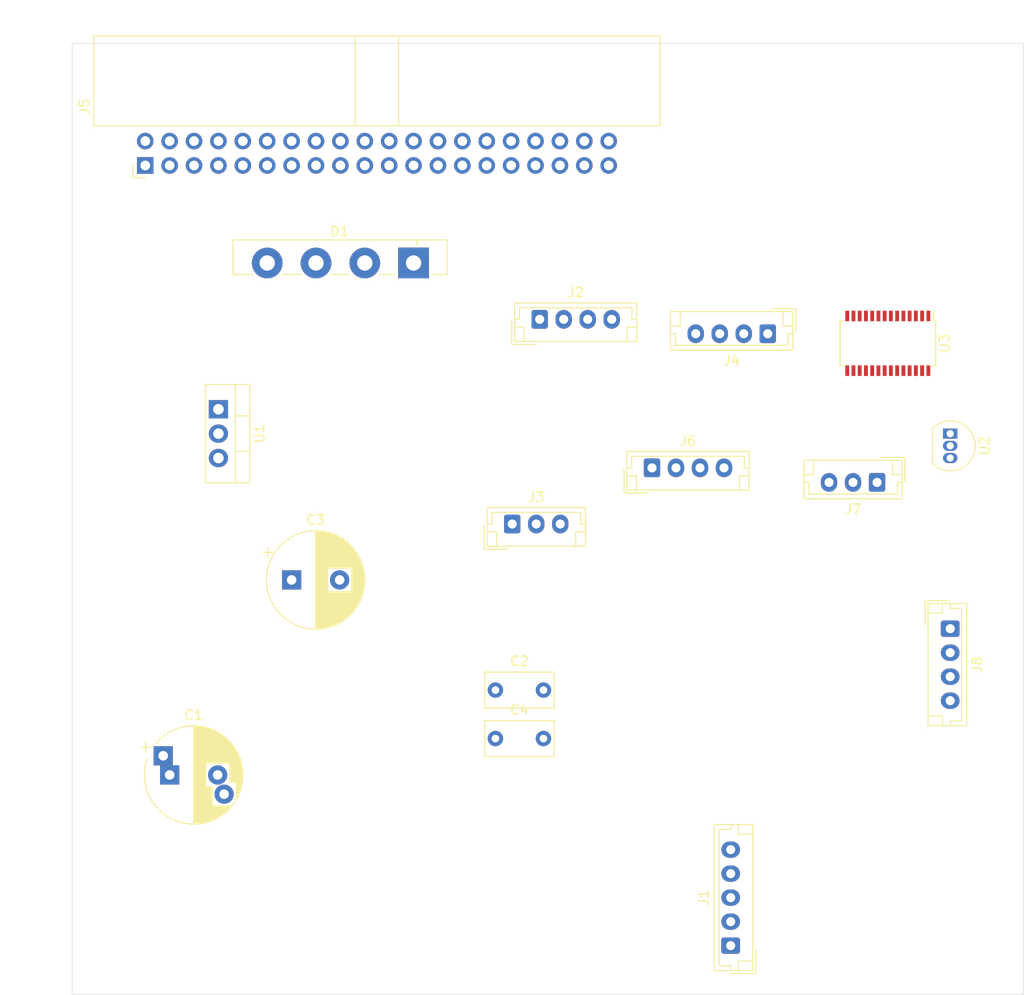
<source format=kicad_pcb>
(kicad_pcb (version 20171130) (host pcbnew 5.1.5)

  (general
    (thickness 1.6)
    (drawings 6)
    (tracks 0)
    (zones 0)
    (modules 16)
    (nets 63)
  )

  (page A4)
  (layers
    (0 F.Cu signal)
    (31 B.Cu signal)
    (32 B.Adhes user)
    (33 F.Adhes user)
    (34 B.Paste user)
    (35 F.Paste user)
    (36 B.SilkS user)
    (37 F.SilkS user)
    (38 B.Mask user)
    (39 F.Mask user)
    (40 Dwgs.User user)
    (41 Cmts.User user)
    (42 Eco1.User user)
    (43 Eco2.User user)
    (44 Edge.Cuts user)
    (45 Margin user)
    (46 B.CrtYd user)
    (47 F.CrtYd user)
    (48 B.Fab user)
    (49 F.Fab user)
  )

  (setup
    (last_trace_width 0.25)
    (trace_clearance 0.2)
    (zone_clearance 0.508)
    (zone_45_only no)
    (trace_min 0.2)
    (via_size 0.8)
    (via_drill 0.4)
    (via_min_size 0.4)
    (via_min_drill 0.3)
    (uvia_size 0.3)
    (uvia_drill 0.1)
    (uvias_allowed no)
    (uvia_min_size 0.2)
    (uvia_min_drill 0.1)
    (edge_width 0.05)
    (segment_width 0.2)
    (pcb_text_width 0.3)
    (pcb_text_size 1.5 1.5)
    (mod_edge_width 0.12)
    (mod_text_size 1 1)
    (mod_text_width 0.15)
    (pad_size 1.524 1.524)
    (pad_drill 0.762)
    (pad_to_mask_clearance 0.051)
    (solder_mask_min_width 0.25)
    (aux_axis_origin 0 0)
    (visible_elements FFFFFF7F)
    (pcbplotparams
      (layerselection 0x010fc_ffffffff)
      (usegerberextensions false)
      (usegerberattributes false)
      (usegerberadvancedattributes false)
      (creategerberjobfile false)
      (excludeedgelayer true)
      (linewidth 0.100000)
      (plotframeref false)
      (viasonmask false)
      (mode 1)
      (useauxorigin false)
      (hpglpennumber 1)
      (hpglpenspeed 20)
      (hpglpendiameter 15.000000)
      (psnegative false)
      (psa4output false)
      (plotreference true)
      (plotvalue true)
      (plotinvisibletext false)
      (padsonsilk false)
      (subtractmaskfromsilk false)
      (outputformat 1)
      (mirror false)
      (drillshape 1)
      (scaleselection 1)
      (outputdirectory ""))
  )

  (net 0 "")
  (net 1 "Net-(C1-Pad1)")
  (net 2 GNDD)
  (net 3 +5V)
  (net 4 /AC1)
  (net 5 /AC2)
  (net 6 /+3.3VA)
  (net 7 /AD2)
  (net 8 /AD1)
  (net 9 /AD3)
  (net 10 /SYNC_SCK)
  (net 11 /SYNC_DATA)
  (net 12 "Net-(J2-Pad1)")
  (net 13 /ROT-B)
  (net 14 /ROT-A)
  (net 15 /MUTE)
  (net 16 /STBY)
  (net 17 /REMOTE)
  (net 18 "Net-(J5-Pad3)")
  (net 19 "Net-(J5-Pad4)")
  (net 20 "Net-(J5-Pad5)")
  (net 21 "Net-(J5-Pad6)")
  (net 22 "Net-(J5-Pad7)")
  (net 23 "Net-(J5-Pad8)")
  (net 24 "Net-(J5-Pad13)")
  (net 25 "Net-(J5-Pad20)")
  (net 26 "Net-(J5-Pad21)")
  (net 27 "Net-(J5-Pad23)")
  (net 28 GNDA)
  (net 29 "Net-(J5-Pad26)")
  (net 30 /SP_L)
  (net 31 "Net-(J5-Pad28)")
  (net 32 /OUT_L)
  (net 33 /OUT_R)
  (net 34 "Net-(J5-Pad31)")
  (net 35 "Net-(J5-Pad32)")
  (net 36 /SP_R)
  (net 37 /MP3-L)
  (net 38 /MP3-R)
  (net 39 /TUN-L)
  (net 40 /TUN-R)
  (net 41 "Net-(J8-Pad1)")
  (net 42 /SDA)
  (net 43 /SCL)
  (net 44 "Net-(U2-Pad1)")
  (net 45 "Net-(U3-Pad3)")
  (net 46 "Net-(U3-Pad4)")
  (net 47 "Net-(U3-Pad5)")
  (net 48 "Net-(U3-Pad6)")
  (net 49 "Net-(U3-Pad7)")
  (net 50 "Net-(U3-Pad8)")
  (net 51 "Net-(U3-Pad9)")
  (net 52 "Net-(U3-Pad10)")
  (net 53 "Net-(U3-Pad11)")
  (net 54 "Net-(U3-Pad12)")
  (net 55 "Net-(U3-Pad13)")
  (net 56 "Net-(U3-Pad14)")
  (net 57 "Net-(U3-Pad19)")
  (net 58 "Net-(U3-Pad20)")
  (net 59 "Net-(U3-Pad22)")
  (net 60 "Net-(U3-Pad23)")
  (net 61 "Net-(U3-Pad27)")
  (net 62 "Net-(U3-Pad28)")

  (net_class Default "Это класс цепей по умолчанию."
    (clearance 0.2)
    (trace_width 0.25)
    (via_dia 0.8)
    (via_drill 0.4)
    (uvia_dia 0.3)
    (uvia_drill 0.1)
    (add_net +5V)
    (add_net /+3.3VA)
    (add_net /AC1)
    (add_net /AC2)
    (add_net /AD1)
    (add_net /AD2)
    (add_net /AD3)
    (add_net /MP3-L)
    (add_net /MP3-R)
    (add_net /MUTE)
    (add_net /OUT_L)
    (add_net /OUT_R)
    (add_net /REMOTE)
    (add_net /ROT-A)
    (add_net /ROT-B)
    (add_net /SCL)
    (add_net /SDA)
    (add_net /SP_L)
    (add_net /SP_R)
    (add_net /STBY)
    (add_net /SYNC_DATA)
    (add_net /SYNC_SCK)
    (add_net /TUN-L)
    (add_net /TUN-R)
    (add_net GNDA)
    (add_net GNDD)
    (add_net "Net-(C1-Pad1)")
    (add_net "Net-(J2-Pad1)")
    (add_net "Net-(J5-Pad13)")
    (add_net "Net-(J5-Pad20)")
    (add_net "Net-(J5-Pad21)")
    (add_net "Net-(J5-Pad23)")
    (add_net "Net-(J5-Pad26)")
    (add_net "Net-(J5-Pad28)")
    (add_net "Net-(J5-Pad3)")
    (add_net "Net-(J5-Pad31)")
    (add_net "Net-(J5-Pad32)")
    (add_net "Net-(J5-Pad4)")
    (add_net "Net-(J5-Pad5)")
    (add_net "Net-(J5-Pad6)")
    (add_net "Net-(J5-Pad7)")
    (add_net "Net-(J5-Pad8)")
    (add_net "Net-(J8-Pad1)")
    (add_net "Net-(U2-Pad1)")
    (add_net "Net-(U3-Pad10)")
    (add_net "Net-(U3-Pad11)")
    (add_net "Net-(U3-Pad12)")
    (add_net "Net-(U3-Pad13)")
    (add_net "Net-(U3-Pad14)")
    (add_net "Net-(U3-Pad19)")
    (add_net "Net-(U3-Pad20)")
    (add_net "Net-(U3-Pad22)")
    (add_net "Net-(U3-Pad23)")
    (add_net "Net-(U3-Pad27)")
    (add_net "Net-(U3-Pad28)")
    (add_net "Net-(U3-Pad3)")
    (add_net "Net-(U3-Pad4)")
    (add_net "Net-(U3-Pad5)")
    (add_net "Net-(U3-Pad6)")
    (add_net "Net-(U3-Pad7)")
    (add_net "Net-(U3-Pad8)")
    (add_net "Net-(U3-Pad9)")
  )

  (module Capacitor_THT:CP_Radial_D10.0mm_P5.00mm_P7.50mm (layer F.Cu) (tedit 5AE50EF1) (tstamp 5E2C148A)
    (at 109.22 109.22)
    (descr "CP, Radial series, Radial, pin pitch=5.00mm 7.50mm, , diameter=10mm, Electrolytic Capacitor")
    (tags "CP Radial series Radial pin pitch 5.00mm 7.50mm  diameter 10mm Electrolytic Capacitor")
    (path /5E2C8E45)
    (fp_text reference C1 (at 2.5 -6.25) (layer F.SilkS)
      (effects (font (size 1 1) (thickness 0.15)))
    )
    (fp_text value 4700.0 (at 2.5 6.25) (layer F.Fab)
      (effects (font (size 1 1) (thickness 0.15)))
    )
    (fp_arc (start 2.5 0) (end -1.448012 -3.26) (angle 340) (layer F.SilkS) (width 0.12))
    (fp_circle (center 2.5 0) (end 7.5 0) (layer F.Fab) (width 0.1))
    (fp_circle (center 2.5 0) (end 7.98 0) (layer F.CrtYd) (width 0.05))
    (fp_line (start -1.788861 -2.1875) (end -0.788861 -2.1875) (layer F.Fab) (width 0.1))
    (fp_line (start -1.288861 -2.6875) (end -1.288861 -1.6875) (layer F.Fab) (width 0.1))
    (fp_line (start 2.5 -5.08) (end 2.5 5.08) (layer F.SilkS) (width 0.12))
    (fp_line (start 2.54 -5.08) (end 2.54 5.08) (layer F.SilkS) (width 0.12))
    (fp_line (start 2.58 -5.08) (end 2.58 5.08) (layer F.SilkS) (width 0.12))
    (fp_line (start 2.62 -5.079) (end 2.62 5.079) (layer F.SilkS) (width 0.12))
    (fp_line (start 2.66 -5.078) (end 2.66 5.078) (layer F.SilkS) (width 0.12))
    (fp_line (start 2.7 -5.077) (end 2.7 5.077) (layer F.SilkS) (width 0.12))
    (fp_line (start 2.74 -5.075) (end 2.74 5.075) (layer F.SilkS) (width 0.12))
    (fp_line (start 2.78 -5.073) (end 2.78 5.073) (layer F.SilkS) (width 0.12))
    (fp_line (start 2.82 -5.07) (end 2.82 5.07) (layer F.SilkS) (width 0.12))
    (fp_line (start 2.86 -5.068) (end 2.86 5.068) (layer F.SilkS) (width 0.12))
    (fp_line (start 2.9 -5.065) (end 2.9 5.065) (layer F.SilkS) (width 0.12))
    (fp_line (start 2.94 -5.062) (end 2.94 5.062) (layer F.SilkS) (width 0.12))
    (fp_line (start 2.98 -5.058) (end 2.98 5.058) (layer F.SilkS) (width 0.12))
    (fp_line (start 3.02 -5.054) (end 3.02 5.054) (layer F.SilkS) (width 0.12))
    (fp_line (start 3.06 -5.05) (end 3.06 5.05) (layer F.SilkS) (width 0.12))
    (fp_line (start 3.1 -5.045) (end 3.1 5.045) (layer F.SilkS) (width 0.12))
    (fp_line (start 3.14 -5.04) (end 3.14 5.04) (layer F.SilkS) (width 0.12))
    (fp_line (start 3.18 -5.035) (end 3.18 5.035) (layer F.SilkS) (width 0.12))
    (fp_line (start 3.221 -5.03) (end 3.221 5.03) (layer F.SilkS) (width 0.12))
    (fp_line (start 3.261 -5.024) (end 3.261 5.024) (layer F.SilkS) (width 0.12))
    (fp_line (start 3.301 -5.018) (end 3.301 5.018) (layer F.SilkS) (width 0.12))
    (fp_line (start 3.341 -5.011) (end 3.341 5.011) (layer F.SilkS) (width 0.12))
    (fp_line (start 3.381 -5.004) (end 3.381 5.004) (layer F.SilkS) (width 0.12))
    (fp_line (start 3.421 -4.997) (end 3.421 4.997) (layer F.SilkS) (width 0.12))
    (fp_line (start 3.461 -4.99) (end 3.461 4.99) (layer F.SilkS) (width 0.12))
    (fp_line (start 3.501 -4.982) (end 3.501 4.982) (layer F.SilkS) (width 0.12))
    (fp_line (start 3.541 -4.974) (end 3.541 4.974) (layer F.SilkS) (width 0.12))
    (fp_line (start 3.581 -4.965) (end 3.581 4.965) (layer F.SilkS) (width 0.12))
    (fp_line (start 3.621 -4.956) (end 3.621 4.956) (layer F.SilkS) (width 0.12))
    (fp_line (start 3.661 -4.947) (end 3.661 4.947) (layer F.SilkS) (width 0.12))
    (fp_line (start 3.701 -4.938) (end 3.701 4.938) (layer F.SilkS) (width 0.12))
    (fp_line (start 3.741 -4.928) (end 3.741 4.928) (layer F.SilkS) (width 0.12))
    (fp_line (start 3.781 -4.918) (end 3.781 -1.241) (layer F.SilkS) (width 0.12))
    (fp_line (start 3.781 1.241) (end 3.781 4.918) (layer F.SilkS) (width 0.12))
    (fp_line (start 3.821 -4.907) (end 3.821 -1.241) (layer F.SilkS) (width 0.12))
    (fp_line (start 3.821 1.241) (end 3.821 4.907) (layer F.SilkS) (width 0.12))
    (fp_line (start 3.861 -4.897) (end 3.861 -1.241) (layer F.SilkS) (width 0.12))
    (fp_line (start 3.861 1.241) (end 3.861 4.897) (layer F.SilkS) (width 0.12))
    (fp_line (start 3.901 -4.885) (end 3.901 -1.241) (layer F.SilkS) (width 0.12))
    (fp_line (start 3.901 1.241) (end 3.901 4.885) (layer F.SilkS) (width 0.12))
    (fp_line (start 3.941 -4.874) (end 3.941 -1.241) (layer F.SilkS) (width 0.12))
    (fp_line (start 3.941 1.241) (end 3.941 4.874) (layer F.SilkS) (width 0.12))
    (fp_line (start 3.981 -4.862) (end 3.981 -1.241) (layer F.SilkS) (width 0.12))
    (fp_line (start 3.981 1.241) (end 3.981 4.862) (layer F.SilkS) (width 0.12))
    (fp_line (start 4.021 -4.85) (end 4.021 -1.241) (layer F.SilkS) (width 0.12))
    (fp_line (start 4.021 1.241) (end 4.021 4.85) (layer F.SilkS) (width 0.12))
    (fp_line (start 4.061 -4.837) (end 4.061 -1.241) (layer F.SilkS) (width 0.12))
    (fp_line (start 4.061 1.241) (end 4.061 4.837) (layer F.SilkS) (width 0.12))
    (fp_line (start 4.101 -4.824) (end 4.101 -1.241) (layer F.SilkS) (width 0.12))
    (fp_line (start 4.101 1.241) (end 4.101 4.824) (layer F.SilkS) (width 0.12))
    (fp_line (start 4.141 -4.811) (end 4.141 -1.241) (layer F.SilkS) (width 0.12))
    (fp_line (start 4.141 1.241) (end 4.141 4.811) (layer F.SilkS) (width 0.12))
    (fp_line (start 4.181 -4.797) (end 4.181 -1.241) (layer F.SilkS) (width 0.12))
    (fp_line (start 4.181 1.241) (end 4.181 4.797) (layer F.SilkS) (width 0.12))
    (fp_line (start 4.221 -4.783) (end 4.221 -1.241) (layer F.SilkS) (width 0.12))
    (fp_line (start 4.221 1.241) (end 4.221 4.783) (layer F.SilkS) (width 0.12))
    (fp_line (start 4.261 -4.768) (end 4.261 -1.241) (layer F.SilkS) (width 0.12))
    (fp_line (start 4.261 1.241) (end 4.261 4.768) (layer F.SilkS) (width 0.12))
    (fp_line (start 4.301 -4.754) (end 4.301 -1.241) (layer F.SilkS) (width 0.12))
    (fp_line (start 4.301 1.241) (end 4.301 4.754) (layer F.SilkS) (width 0.12))
    (fp_line (start 4.341 -4.738) (end 4.341 -1.241) (layer F.SilkS) (width 0.12))
    (fp_line (start 4.341 1.241) (end 4.341 4.738) (layer F.SilkS) (width 0.12))
    (fp_line (start 4.381 -4.723) (end 4.381 -1.241) (layer F.SilkS) (width 0.12))
    (fp_line (start 4.381 1.241) (end 4.381 4.723) (layer F.SilkS) (width 0.12))
    (fp_line (start 4.421 -4.707) (end 4.421 -1.241) (layer F.SilkS) (width 0.12))
    (fp_line (start 4.421 1.241) (end 4.421 4.707) (layer F.SilkS) (width 0.12))
    (fp_line (start 4.461 -4.69) (end 4.461 -1.241) (layer F.SilkS) (width 0.12))
    (fp_line (start 4.461 3.24) (end 4.461 4.69) (layer F.SilkS) (width 0.12))
    (fp_line (start 4.501 -4.674) (end 4.501 -1.241) (layer F.SilkS) (width 0.12))
    (fp_line (start 4.501 3.24) (end 4.501 4.674) (layer F.SilkS) (width 0.12))
    (fp_line (start 4.541 -4.657) (end 4.541 -1.241) (layer F.SilkS) (width 0.12))
    (fp_line (start 4.541 3.24) (end 4.541 4.657) (layer F.SilkS) (width 0.12))
    (fp_line (start 4.581 -4.639) (end 4.581 -1.241) (layer F.SilkS) (width 0.12))
    (fp_line (start 4.581 3.24) (end 4.581 4.639) (layer F.SilkS) (width 0.12))
    (fp_line (start 4.621 -4.621) (end 4.621 -1.241) (layer F.SilkS) (width 0.12))
    (fp_line (start 4.621 3.24) (end 4.621 4.621) (layer F.SilkS) (width 0.12))
    (fp_line (start 4.661 -4.603) (end 4.661 -1.241) (layer F.SilkS) (width 0.12))
    (fp_line (start 4.661 3.24) (end 4.661 4.603) (layer F.SilkS) (width 0.12))
    (fp_line (start 4.701 -4.584) (end 4.701 -1.241) (layer F.SilkS) (width 0.12))
    (fp_line (start 4.701 3.24) (end 4.701 4.584) (layer F.SilkS) (width 0.12))
    (fp_line (start 4.741 -4.564) (end 4.741 -1.241) (layer F.SilkS) (width 0.12))
    (fp_line (start 4.741 3.24) (end 4.741 4.564) (layer F.SilkS) (width 0.12))
    (fp_line (start 4.781 -4.545) (end 4.781 -1.241) (layer F.SilkS) (width 0.12))
    (fp_line (start 4.781 3.24) (end 4.781 4.545) (layer F.SilkS) (width 0.12))
    (fp_line (start 4.821 -4.525) (end 4.821 -1.241) (layer F.SilkS) (width 0.12))
    (fp_line (start 4.821 3.24) (end 4.821 4.525) (layer F.SilkS) (width 0.12))
    (fp_line (start 4.861 -4.504) (end 4.861 -1.241) (layer F.SilkS) (width 0.12))
    (fp_line (start 4.861 3.24) (end 4.861 4.504) (layer F.SilkS) (width 0.12))
    (fp_line (start 4.901 -4.483) (end 4.901 -1.241) (layer F.SilkS) (width 0.12))
    (fp_line (start 4.901 3.24) (end 4.901 4.483) (layer F.SilkS) (width 0.12))
    (fp_line (start 4.941 -4.462) (end 4.941 -1.241) (layer F.SilkS) (width 0.12))
    (fp_line (start 4.941 3.24) (end 4.941 4.462) (layer F.SilkS) (width 0.12))
    (fp_line (start 4.981 -4.44) (end 4.981 -1.241) (layer F.SilkS) (width 0.12))
    (fp_line (start 4.981 3.24) (end 4.981 4.44) (layer F.SilkS) (width 0.12))
    (fp_line (start 5.021 -4.417) (end 5.021 -1.241) (layer F.SilkS) (width 0.12))
    (fp_line (start 5.021 3.24) (end 5.021 4.417) (layer F.SilkS) (width 0.12))
    (fp_line (start 5.061 -4.395) (end 5.061 -1.241) (layer F.SilkS) (width 0.12))
    (fp_line (start 5.061 3.24) (end 5.061 4.395) (layer F.SilkS) (width 0.12))
    (fp_line (start 5.101 -4.371) (end 5.101 -1.241) (layer F.SilkS) (width 0.12))
    (fp_line (start 5.101 3.24) (end 5.101 4.371) (layer F.SilkS) (width 0.12))
    (fp_line (start 5.141 -4.347) (end 5.141 -1.241) (layer F.SilkS) (width 0.12))
    (fp_line (start 5.141 3.24) (end 5.141 4.347) (layer F.SilkS) (width 0.12))
    (fp_line (start 5.181 -4.323) (end 5.181 -1.241) (layer F.SilkS) (width 0.12))
    (fp_line (start 5.181 3.24) (end 5.181 4.323) (layer F.SilkS) (width 0.12))
    (fp_line (start 5.221 -4.298) (end 5.221 -1.241) (layer F.SilkS) (width 0.12))
    (fp_line (start 5.221 3.24) (end 5.221 4.298) (layer F.SilkS) (width 0.12))
    (fp_line (start 5.261 -4.273) (end 5.261 -1.241) (layer F.SilkS) (width 0.12))
    (fp_line (start 5.261 3.24) (end 5.261 4.273) (layer F.SilkS) (width 0.12))
    (fp_line (start 5.301 -4.247) (end 5.301 -1.241) (layer F.SilkS) (width 0.12))
    (fp_line (start 5.301 3.24) (end 5.301 4.247) (layer F.SilkS) (width 0.12))
    (fp_line (start 5.341 -4.221) (end 5.341 -1.241) (layer F.SilkS) (width 0.12))
    (fp_line (start 5.341 3.24) (end 5.341 4.221) (layer F.SilkS) (width 0.12))
    (fp_line (start 5.381 -4.194) (end 5.381 -1.241) (layer F.SilkS) (width 0.12))
    (fp_line (start 5.381 3.24) (end 5.381 4.194) (layer F.SilkS) (width 0.12))
    (fp_line (start 5.421 -4.166) (end 5.421 -1.241) (layer F.SilkS) (width 0.12))
    (fp_line (start 5.421 3.24) (end 5.421 4.166) (layer F.SilkS) (width 0.12))
    (fp_line (start 5.461 -4.138) (end 5.461 -1.241) (layer F.SilkS) (width 0.12))
    (fp_line (start 5.461 3.24) (end 5.461 4.138) (layer F.SilkS) (width 0.12))
    (fp_line (start 5.501 -4.11) (end 5.501 -1.241) (layer F.SilkS) (width 0.12))
    (fp_line (start 5.501 3.24) (end 5.501 4.11) (layer F.SilkS) (width 0.12))
    (fp_line (start 5.541 -4.08) (end 5.541 -1.241) (layer F.SilkS) (width 0.12))
    (fp_line (start 5.541 3.24) (end 5.541 4.08) (layer F.SilkS) (width 0.12))
    (fp_line (start 5.581 -4.05) (end 5.581 -1.241) (layer F.SilkS) (width 0.12))
    (fp_line (start 5.581 3.24) (end 5.581 4.05) (layer F.SilkS) (width 0.12))
    (fp_line (start 5.621 -4.02) (end 5.621 -1.241) (layer F.SilkS) (width 0.12))
    (fp_line (start 5.621 3.24) (end 5.621 4.02) (layer F.SilkS) (width 0.12))
    (fp_line (start 5.661 -3.989) (end 5.661 -1.241) (layer F.SilkS) (width 0.12))
    (fp_line (start 5.661 3.24) (end 5.661 3.989) (layer F.SilkS) (width 0.12))
    (fp_line (start 5.701 -3.957) (end 5.701 -1.241) (layer F.SilkS) (width 0.12))
    (fp_line (start 5.701 3.24) (end 5.701 3.957) (layer F.SilkS) (width 0.12))
    (fp_line (start 5.741 -3.925) (end 5.741 -1.241) (layer F.SilkS) (width 0.12))
    (fp_line (start 5.741 3.24) (end 5.741 3.925) (layer F.SilkS) (width 0.12))
    (fp_line (start 5.781 -3.892) (end 5.781 -1.241) (layer F.SilkS) (width 0.12))
    (fp_line (start 5.781 3.24) (end 5.781 3.892) (layer F.SilkS) (width 0.12))
    (fp_line (start 5.821 -3.858) (end 5.821 -1.241) (layer F.SilkS) (width 0.12))
    (fp_line (start 5.821 3.24) (end 5.821 3.858) (layer F.SilkS) (width 0.12))
    (fp_line (start 5.861 -3.824) (end 5.861 -1.241) (layer F.SilkS) (width 0.12))
    (fp_line (start 5.861 3.24) (end 5.861 3.824) (layer F.SilkS) (width 0.12))
    (fp_line (start 5.901 -3.789) (end 5.901 -1.241) (layer F.SilkS) (width 0.12))
    (fp_line (start 5.901 3.24) (end 5.901 3.789) (layer F.SilkS) (width 0.12))
    (fp_line (start 5.941 -3.753) (end 5.941 -1.241) (layer F.SilkS) (width 0.12))
    (fp_line (start 5.941 3.24) (end 5.941 3.753) (layer F.SilkS) (width 0.12))
    (fp_line (start 5.981 -3.716) (end 5.981 -1.241) (layer F.SilkS) (width 0.12))
    (fp_line (start 5.981 3.24) (end 5.981 3.716) (layer F.SilkS) (width 0.12))
    (fp_line (start 6.021 -3.679) (end 6.021 -1.241) (layer F.SilkS) (width 0.12))
    (fp_line (start 6.021 3.24) (end 6.021 3.679) (layer F.SilkS) (width 0.12))
    (fp_line (start 6.061 -3.64) (end 6.061 -1.241) (layer F.SilkS) (width 0.12))
    (fp_line (start 6.061 3.24) (end 6.061 3.64) (layer F.SilkS) (width 0.12))
    (fp_line (start 6.101 -3.601) (end 6.101 -1.241) (layer F.SilkS) (width 0.12))
    (fp_line (start 6.101 3.24) (end 6.101 3.601) (layer F.SilkS) (width 0.12))
    (fp_line (start 6.141 -3.561) (end 6.141 -1.241) (layer F.SilkS) (width 0.12))
    (fp_line (start 6.141 3.24) (end 6.141 3.561) (layer F.SilkS) (width 0.12))
    (fp_line (start 6.181 -3.52) (end 6.181 -1.241) (layer F.SilkS) (width 0.12))
    (fp_line (start 6.181 3.24) (end 6.181 3.52) (layer F.SilkS) (width 0.12))
    (fp_line (start 6.221 -3.478) (end 6.221 -1.241) (layer F.SilkS) (width 0.12))
    (fp_line (start 6.221 3.24) (end 6.221 3.478) (layer F.SilkS) (width 0.12))
    (fp_line (start 6.261 -3.436) (end 6.261 0.76) (layer F.SilkS) (width 0.12))
    (fp_line (start 6.261 3.24) (end 6.261 3.436) (layer F.SilkS) (width 0.12))
    (fp_line (start 6.301 -3.392) (end 6.301 0.76) (layer F.SilkS) (width 0.12))
    (fp_line (start 6.301 3.24) (end 6.301 3.392) (layer F.SilkS) (width 0.12))
    (fp_line (start 6.341 -3.347) (end 6.341 0.76) (layer F.SilkS) (width 0.12))
    (fp_line (start 6.341 3.24) (end 6.341 3.347) (layer F.SilkS) (width 0.12))
    (fp_line (start 6.381 -3.301) (end 6.381 0.76) (layer F.SilkS) (width 0.12))
    (fp_line (start 6.381 3.24) (end 6.381 3.301) (layer F.SilkS) (width 0.12))
    (fp_line (start 6.421 -3.254) (end 6.421 0.76) (layer F.SilkS) (width 0.12))
    (fp_line (start 6.421 3.24) (end 6.421 3.254) (layer F.SilkS) (width 0.12))
    (fp_line (start 6.461 -3.206) (end 6.461 0.76) (layer F.SilkS) (width 0.12))
    (fp_line (start 6.501 -3.156) (end 6.501 0.76) (layer F.SilkS) (width 0.12))
    (fp_line (start 6.541 -3.106) (end 6.541 0.76) (layer F.SilkS) (width 0.12))
    (fp_line (start 6.581 -3.054) (end 6.581 0.76) (layer F.SilkS) (width 0.12))
    (fp_line (start 6.621 -3) (end 6.621 0.76) (layer F.SilkS) (width 0.12))
    (fp_line (start 6.661 -2.945) (end 6.661 0.76) (layer F.SilkS) (width 0.12))
    (fp_line (start 6.701 -2.889) (end 6.701 0.76) (layer F.SilkS) (width 0.12))
    (fp_line (start 6.741 -2.83) (end 6.741 0.76) (layer F.SilkS) (width 0.12))
    (fp_line (start 6.781 -2.77) (end 6.781 0.76) (layer F.SilkS) (width 0.12))
    (fp_line (start 6.821 -2.709) (end 6.821 0.76) (layer F.SilkS) (width 0.12))
    (fp_line (start 6.861 -2.645) (end 6.861 0.76) (layer F.SilkS) (width 0.12))
    (fp_line (start 6.901 -2.579) (end 6.901 0.76) (layer F.SilkS) (width 0.12))
    (fp_line (start 6.941 -2.51) (end 6.941 2.51) (layer F.SilkS) (width 0.12))
    (fp_line (start 6.981 -2.439) (end 6.981 2.439) (layer F.SilkS) (width 0.12))
    (fp_line (start 7.021 -2.365) (end 7.021 2.365) (layer F.SilkS) (width 0.12))
    (fp_line (start 7.061 -2.289) (end 7.061 2.289) (layer F.SilkS) (width 0.12))
    (fp_line (start 7.101 -2.209) (end 7.101 2.209) (layer F.SilkS) (width 0.12))
    (fp_line (start 7.141 -2.125) (end 7.141 2.125) (layer F.SilkS) (width 0.12))
    (fp_line (start 7.181 -2.037) (end 7.181 2.037) (layer F.SilkS) (width 0.12))
    (fp_line (start 7.221 -1.944) (end 7.221 1.944) (layer F.SilkS) (width 0.12))
    (fp_line (start 7.261 -1.846) (end 7.261 1.846) (layer F.SilkS) (width 0.12))
    (fp_line (start 7.301 -1.742) (end 7.301 1.742) (layer F.SilkS) (width 0.12))
    (fp_line (start 7.341 -1.63) (end 7.341 1.63) (layer F.SilkS) (width 0.12))
    (fp_line (start 7.381 -1.51) (end 7.381 1.51) (layer F.SilkS) (width 0.12))
    (fp_line (start 7.421 -1.378) (end 7.421 1.378) (layer F.SilkS) (width 0.12))
    (fp_line (start 7.461 -1.23) (end 7.461 1.23) (layer F.SilkS) (width 0.12))
    (fp_line (start 7.501 -1.062) (end 7.501 1.062) (layer F.SilkS) (width 0.12))
    (fp_line (start 7.541 -0.862) (end 7.541 0.862) (layer F.SilkS) (width 0.12))
    (fp_line (start 7.581 -0.599) (end 7.581 0.599) (layer F.SilkS) (width 0.12))
    (fp_line (start -2.979646 -2.875) (end -1.979646 -2.875) (layer F.SilkS) (width 0.12))
    (fp_line (start -2.479646 -3.375) (end -2.479646 -2.375) (layer F.SilkS) (width 0.12))
    (fp_text user %R (at 2.5 0) (layer F.Fab)
      (effects (font (size 1 1) (thickness 0.15)))
    )
    (pad 1 thru_hole rect (at 0 0) (size 2 2) (drill 1) (layers *.Cu *.Mask)
      (net 1 "Net-(C1-Pad1)"))
    (pad 2 thru_hole circle (at 5 0) (size 2 2) (drill 1) (layers *.Cu *.Mask)
      (net 2 GNDD))
    (pad 1 thru_hole rect (at -0.672144 -2) (size 2 2) (drill 1) (layers *.Cu *.Mask)
      (net 1 "Net-(C1-Pad1)"))
    (pad 2 thru_hole circle (at 5.672144 2) (size 2 2) (drill 1) (layers *.Cu *.Mask)
      (net 2 GNDD))
    (model ${KISYS3DMOD}/Capacitor_THT.3dshapes/CP_Radial_D10.0mm_P5.00mm_P7.50mm.wrl
      (at (xyz 0 0 0))
      (scale (xyz 1 1 1))
      (rotate (xyz 0 0 0))
    )
  )

  (module Capacitor_THT:C_Rect_L7.0mm_W3.5mm_P5.00mm (layer F.Cu) (tedit 5AE50EF0) (tstamp 5E2C149D)
    (at 143.145001 100.375001)
    (descr "C, Rect series, Radial, pin pitch=5.00mm, , length*width=7*3.5mm^2, Capacitor")
    (tags "C Rect series Radial pin pitch 5.00mm  length 7mm width 3.5mm Capacitor")
    (path /5E2F75C6)
    (fp_text reference C2 (at 2.5 -3) (layer F.SilkS)
      (effects (font (size 1 1) (thickness 0.15)))
    )
    (fp_text value 0.1 (at 2.5 3) (layer F.Fab)
      (effects (font (size 1 1) (thickness 0.15)))
    )
    (fp_line (start -1 -1.75) (end -1 1.75) (layer F.Fab) (width 0.1))
    (fp_line (start -1 1.75) (end 6 1.75) (layer F.Fab) (width 0.1))
    (fp_line (start 6 1.75) (end 6 -1.75) (layer F.Fab) (width 0.1))
    (fp_line (start 6 -1.75) (end -1 -1.75) (layer F.Fab) (width 0.1))
    (fp_line (start -1.12 -1.87) (end 6.12 -1.87) (layer F.SilkS) (width 0.12))
    (fp_line (start -1.12 1.87) (end 6.12 1.87) (layer F.SilkS) (width 0.12))
    (fp_line (start -1.12 -1.87) (end -1.12 1.87) (layer F.SilkS) (width 0.12))
    (fp_line (start 6.12 -1.87) (end 6.12 1.87) (layer F.SilkS) (width 0.12))
    (fp_line (start -1.25 -2) (end -1.25 2) (layer F.CrtYd) (width 0.05))
    (fp_line (start -1.25 2) (end 6.25 2) (layer F.CrtYd) (width 0.05))
    (fp_line (start 6.25 2) (end 6.25 -2) (layer F.CrtYd) (width 0.05))
    (fp_line (start 6.25 -2) (end -1.25 -2) (layer F.CrtYd) (width 0.05))
    (fp_text user %R (at 2.5 0) (layer F.Fab)
      (effects (font (size 1 1) (thickness 0.15)))
    )
    (pad 1 thru_hole circle (at 0 0) (size 1.6 1.6) (drill 0.8) (layers *.Cu *.Mask)
      (net 1 "Net-(C1-Pad1)"))
    (pad 2 thru_hole circle (at 5 0) (size 1.6 1.6) (drill 0.8) (layers *.Cu *.Mask)
      (net 2 GNDD))
    (model ${KISYS3DMOD}/Capacitor_THT.3dshapes/C_Rect_L7.0mm_W3.5mm_P5.00mm.wrl
      (at (xyz 0 0 0))
      (scale (xyz 1 1 1))
      (rotate (xyz 0 0 0))
    )
  )

  (module Capacitor_THT:CP_Radial_D10.0mm_P5.00mm (layer F.Cu) (tedit 5AE50EF1) (tstamp 5E2C1569)
    (at 121.92 88.9)
    (descr "CP, Radial series, Radial, pin pitch=5.00mm, , diameter=10mm, Electrolytic Capacitor")
    (tags "CP Radial series Radial pin pitch 5.00mm  diameter 10mm Electrolytic Capacitor")
    (path /5E2DC279)
    (fp_text reference C3 (at 2.5 -6.25) (layer F.SilkS)
      (effects (font (size 1 1) (thickness 0.15)))
    )
    (fp_text value 1000.0 (at 2.5 6.25) (layer F.Fab)
      (effects (font (size 1 1) (thickness 0.15)))
    )
    (fp_circle (center 2.5 0) (end 7.5 0) (layer F.Fab) (width 0.1))
    (fp_circle (center 2.5 0) (end 7.62 0) (layer F.SilkS) (width 0.12))
    (fp_circle (center 2.5 0) (end 7.75 0) (layer F.CrtYd) (width 0.05))
    (fp_line (start -1.788861 -2.1875) (end -0.788861 -2.1875) (layer F.Fab) (width 0.1))
    (fp_line (start -1.288861 -2.6875) (end -1.288861 -1.6875) (layer F.Fab) (width 0.1))
    (fp_line (start 2.5 -5.08) (end 2.5 5.08) (layer F.SilkS) (width 0.12))
    (fp_line (start 2.54 -5.08) (end 2.54 5.08) (layer F.SilkS) (width 0.12))
    (fp_line (start 2.58 -5.08) (end 2.58 5.08) (layer F.SilkS) (width 0.12))
    (fp_line (start 2.62 -5.079) (end 2.62 5.079) (layer F.SilkS) (width 0.12))
    (fp_line (start 2.66 -5.078) (end 2.66 5.078) (layer F.SilkS) (width 0.12))
    (fp_line (start 2.7 -5.077) (end 2.7 5.077) (layer F.SilkS) (width 0.12))
    (fp_line (start 2.74 -5.075) (end 2.74 5.075) (layer F.SilkS) (width 0.12))
    (fp_line (start 2.78 -5.073) (end 2.78 5.073) (layer F.SilkS) (width 0.12))
    (fp_line (start 2.82 -5.07) (end 2.82 5.07) (layer F.SilkS) (width 0.12))
    (fp_line (start 2.86 -5.068) (end 2.86 5.068) (layer F.SilkS) (width 0.12))
    (fp_line (start 2.9 -5.065) (end 2.9 5.065) (layer F.SilkS) (width 0.12))
    (fp_line (start 2.94 -5.062) (end 2.94 5.062) (layer F.SilkS) (width 0.12))
    (fp_line (start 2.98 -5.058) (end 2.98 5.058) (layer F.SilkS) (width 0.12))
    (fp_line (start 3.02 -5.054) (end 3.02 5.054) (layer F.SilkS) (width 0.12))
    (fp_line (start 3.06 -5.05) (end 3.06 5.05) (layer F.SilkS) (width 0.12))
    (fp_line (start 3.1 -5.045) (end 3.1 5.045) (layer F.SilkS) (width 0.12))
    (fp_line (start 3.14 -5.04) (end 3.14 5.04) (layer F.SilkS) (width 0.12))
    (fp_line (start 3.18 -5.035) (end 3.18 5.035) (layer F.SilkS) (width 0.12))
    (fp_line (start 3.221 -5.03) (end 3.221 5.03) (layer F.SilkS) (width 0.12))
    (fp_line (start 3.261 -5.024) (end 3.261 5.024) (layer F.SilkS) (width 0.12))
    (fp_line (start 3.301 -5.018) (end 3.301 5.018) (layer F.SilkS) (width 0.12))
    (fp_line (start 3.341 -5.011) (end 3.341 5.011) (layer F.SilkS) (width 0.12))
    (fp_line (start 3.381 -5.004) (end 3.381 5.004) (layer F.SilkS) (width 0.12))
    (fp_line (start 3.421 -4.997) (end 3.421 4.997) (layer F.SilkS) (width 0.12))
    (fp_line (start 3.461 -4.99) (end 3.461 4.99) (layer F.SilkS) (width 0.12))
    (fp_line (start 3.501 -4.982) (end 3.501 4.982) (layer F.SilkS) (width 0.12))
    (fp_line (start 3.541 -4.974) (end 3.541 4.974) (layer F.SilkS) (width 0.12))
    (fp_line (start 3.581 -4.965) (end 3.581 4.965) (layer F.SilkS) (width 0.12))
    (fp_line (start 3.621 -4.956) (end 3.621 4.956) (layer F.SilkS) (width 0.12))
    (fp_line (start 3.661 -4.947) (end 3.661 4.947) (layer F.SilkS) (width 0.12))
    (fp_line (start 3.701 -4.938) (end 3.701 4.938) (layer F.SilkS) (width 0.12))
    (fp_line (start 3.741 -4.928) (end 3.741 4.928) (layer F.SilkS) (width 0.12))
    (fp_line (start 3.781 -4.918) (end 3.781 -1.241) (layer F.SilkS) (width 0.12))
    (fp_line (start 3.781 1.241) (end 3.781 4.918) (layer F.SilkS) (width 0.12))
    (fp_line (start 3.821 -4.907) (end 3.821 -1.241) (layer F.SilkS) (width 0.12))
    (fp_line (start 3.821 1.241) (end 3.821 4.907) (layer F.SilkS) (width 0.12))
    (fp_line (start 3.861 -4.897) (end 3.861 -1.241) (layer F.SilkS) (width 0.12))
    (fp_line (start 3.861 1.241) (end 3.861 4.897) (layer F.SilkS) (width 0.12))
    (fp_line (start 3.901 -4.885) (end 3.901 -1.241) (layer F.SilkS) (width 0.12))
    (fp_line (start 3.901 1.241) (end 3.901 4.885) (layer F.SilkS) (width 0.12))
    (fp_line (start 3.941 -4.874) (end 3.941 -1.241) (layer F.SilkS) (width 0.12))
    (fp_line (start 3.941 1.241) (end 3.941 4.874) (layer F.SilkS) (width 0.12))
    (fp_line (start 3.981 -4.862) (end 3.981 -1.241) (layer F.SilkS) (width 0.12))
    (fp_line (start 3.981 1.241) (end 3.981 4.862) (layer F.SilkS) (width 0.12))
    (fp_line (start 4.021 -4.85) (end 4.021 -1.241) (layer F.SilkS) (width 0.12))
    (fp_line (start 4.021 1.241) (end 4.021 4.85) (layer F.SilkS) (width 0.12))
    (fp_line (start 4.061 -4.837) (end 4.061 -1.241) (layer F.SilkS) (width 0.12))
    (fp_line (start 4.061 1.241) (end 4.061 4.837) (layer F.SilkS) (width 0.12))
    (fp_line (start 4.101 -4.824) (end 4.101 -1.241) (layer F.SilkS) (width 0.12))
    (fp_line (start 4.101 1.241) (end 4.101 4.824) (layer F.SilkS) (width 0.12))
    (fp_line (start 4.141 -4.811) (end 4.141 -1.241) (layer F.SilkS) (width 0.12))
    (fp_line (start 4.141 1.241) (end 4.141 4.811) (layer F.SilkS) (width 0.12))
    (fp_line (start 4.181 -4.797) (end 4.181 -1.241) (layer F.SilkS) (width 0.12))
    (fp_line (start 4.181 1.241) (end 4.181 4.797) (layer F.SilkS) (width 0.12))
    (fp_line (start 4.221 -4.783) (end 4.221 -1.241) (layer F.SilkS) (width 0.12))
    (fp_line (start 4.221 1.241) (end 4.221 4.783) (layer F.SilkS) (width 0.12))
    (fp_line (start 4.261 -4.768) (end 4.261 -1.241) (layer F.SilkS) (width 0.12))
    (fp_line (start 4.261 1.241) (end 4.261 4.768) (layer F.SilkS) (width 0.12))
    (fp_line (start 4.301 -4.754) (end 4.301 -1.241) (layer F.SilkS) (width 0.12))
    (fp_line (start 4.301 1.241) (end 4.301 4.754) (layer F.SilkS) (width 0.12))
    (fp_line (start 4.341 -4.738) (end 4.341 -1.241) (layer F.SilkS) (width 0.12))
    (fp_line (start 4.341 1.241) (end 4.341 4.738) (layer F.SilkS) (width 0.12))
    (fp_line (start 4.381 -4.723) (end 4.381 -1.241) (layer F.SilkS) (width 0.12))
    (fp_line (start 4.381 1.241) (end 4.381 4.723) (layer F.SilkS) (width 0.12))
    (fp_line (start 4.421 -4.707) (end 4.421 -1.241) (layer F.SilkS) (width 0.12))
    (fp_line (start 4.421 1.241) (end 4.421 4.707) (layer F.SilkS) (width 0.12))
    (fp_line (start 4.461 -4.69) (end 4.461 -1.241) (layer F.SilkS) (width 0.12))
    (fp_line (start 4.461 1.241) (end 4.461 4.69) (layer F.SilkS) (width 0.12))
    (fp_line (start 4.501 -4.674) (end 4.501 -1.241) (layer F.SilkS) (width 0.12))
    (fp_line (start 4.501 1.241) (end 4.501 4.674) (layer F.SilkS) (width 0.12))
    (fp_line (start 4.541 -4.657) (end 4.541 -1.241) (layer F.SilkS) (width 0.12))
    (fp_line (start 4.541 1.241) (end 4.541 4.657) (layer F.SilkS) (width 0.12))
    (fp_line (start 4.581 -4.639) (end 4.581 -1.241) (layer F.SilkS) (width 0.12))
    (fp_line (start 4.581 1.241) (end 4.581 4.639) (layer F.SilkS) (width 0.12))
    (fp_line (start 4.621 -4.621) (end 4.621 -1.241) (layer F.SilkS) (width 0.12))
    (fp_line (start 4.621 1.241) (end 4.621 4.621) (layer F.SilkS) (width 0.12))
    (fp_line (start 4.661 -4.603) (end 4.661 -1.241) (layer F.SilkS) (width 0.12))
    (fp_line (start 4.661 1.241) (end 4.661 4.603) (layer F.SilkS) (width 0.12))
    (fp_line (start 4.701 -4.584) (end 4.701 -1.241) (layer F.SilkS) (width 0.12))
    (fp_line (start 4.701 1.241) (end 4.701 4.584) (layer F.SilkS) (width 0.12))
    (fp_line (start 4.741 -4.564) (end 4.741 -1.241) (layer F.SilkS) (width 0.12))
    (fp_line (start 4.741 1.241) (end 4.741 4.564) (layer F.SilkS) (width 0.12))
    (fp_line (start 4.781 -4.545) (end 4.781 -1.241) (layer F.SilkS) (width 0.12))
    (fp_line (start 4.781 1.241) (end 4.781 4.545) (layer F.SilkS) (width 0.12))
    (fp_line (start 4.821 -4.525) (end 4.821 -1.241) (layer F.SilkS) (width 0.12))
    (fp_line (start 4.821 1.241) (end 4.821 4.525) (layer F.SilkS) (width 0.12))
    (fp_line (start 4.861 -4.504) (end 4.861 -1.241) (layer F.SilkS) (width 0.12))
    (fp_line (start 4.861 1.241) (end 4.861 4.504) (layer F.SilkS) (width 0.12))
    (fp_line (start 4.901 -4.483) (end 4.901 -1.241) (layer F.SilkS) (width 0.12))
    (fp_line (start 4.901 1.241) (end 4.901 4.483) (layer F.SilkS) (width 0.12))
    (fp_line (start 4.941 -4.462) (end 4.941 -1.241) (layer F.SilkS) (width 0.12))
    (fp_line (start 4.941 1.241) (end 4.941 4.462) (layer F.SilkS) (width 0.12))
    (fp_line (start 4.981 -4.44) (end 4.981 -1.241) (layer F.SilkS) (width 0.12))
    (fp_line (start 4.981 1.241) (end 4.981 4.44) (layer F.SilkS) (width 0.12))
    (fp_line (start 5.021 -4.417) (end 5.021 -1.241) (layer F.SilkS) (width 0.12))
    (fp_line (start 5.021 1.241) (end 5.021 4.417) (layer F.SilkS) (width 0.12))
    (fp_line (start 5.061 -4.395) (end 5.061 -1.241) (layer F.SilkS) (width 0.12))
    (fp_line (start 5.061 1.241) (end 5.061 4.395) (layer F.SilkS) (width 0.12))
    (fp_line (start 5.101 -4.371) (end 5.101 -1.241) (layer F.SilkS) (width 0.12))
    (fp_line (start 5.101 1.241) (end 5.101 4.371) (layer F.SilkS) (width 0.12))
    (fp_line (start 5.141 -4.347) (end 5.141 -1.241) (layer F.SilkS) (width 0.12))
    (fp_line (start 5.141 1.241) (end 5.141 4.347) (layer F.SilkS) (width 0.12))
    (fp_line (start 5.181 -4.323) (end 5.181 -1.241) (layer F.SilkS) (width 0.12))
    (fp_line (start 5.181 1.241) (end 5.181 4.323) (layer F.SilkS) (width 0.12))
    (fp_line (start 5.221 -4.298) (end 5.221 -1.241) (layer F.SilkS) (width 0.12))
    (fp_line (start 5.221 1.241) (end 5.221 4.298) (layer F.SilkS) (width 0.12))
    (fp_line (start 5.261 -4.273) (end 5.261 -1.241) (layer F.SilkS) (width 0.12))
    (fp_line (start 5.261 1.241) (end 5.261 4.273) (layer F.SilkS) (width 0.12))
    (fp_line (start 5.301 -4.247) (end 5.301 -1.241) (layer F.SilkS) (width 0.12))
    (fp_line (start 5.301 1.241) (end 5.301 4.247) (layer F.SilkS) (width 0.12))
    (fp_line (start 5.341 -4.221) (end 5.341 -1.241) (layer F.SilkS) (width 0.12))
    (fp_line (start 5.341 1.241) (end 5.341 4.221) (layer F.SilkS) (width 0.12))
    (fp_line (start 5.381 -4.194) (end 5.381 -1.241) (layer F.SilkS) (width 0.12))
    (fp_line (start 5.381 1.241) (end 5.381 4.194) (layer F.SilkS) (width 0.12))
    (fp_line (start 5.421 -4.166) (end 5.421 -1.241) (layer F.SilkS) (width 0.12))
    (fp_line (start 5.421 1.241) (end 5.421 4.166) (layer F.SilkS) (width 0.12))
    (fp_line (start 5.461 -4.138) (end 5.461 -1.241) (layer F.SilkS) (width 0.12))
    (fp_line (start 5.461 1.241) (end 5.461 4.138) (layer F.SilkS) (width 0.12))
    (fp_line (start 5.501 -4.11) (end 5.501 -1.241) (layer F.SilkS) (width 0.12))
    (fp_line (start 5.501 1.241) (end 5.501 4.11) (layer F.SilkS) (width 0.12))
    (fp_line (start 5.541 -4.08) (end 5.541 -1.241) (layer F.SilkS) (width 0.12))
    (fp_line (start 5.541 1.241) (end 5.541 4.08) (layer F.SilkS) (width 0.12))
    (fp_line (start 5.581 -4.05) (end 5.581 -1.241) (layer F.SilkS) (width 0.12))
    (fp_line (start 5.581 1.241) (end 5.581 4.05) (layer F.SilkS) (width 0.12))
    (fp_line (start 5.621 -4.02) (end 5.621 -1.241) (layer F.SilkS) (width 0.12))
    (fp_line (start 5.621 1.241) (end 5.621 4.02) (layer F.SilkS) (width 0.12))
    (fp_line (start 5.661 -3.989) (end 5.661 -1.241) (layer F.SilkS) (width 0.12))
    (fp_line (start 5.661 1.241) (end 5.661 3.989) (layer F.SilkS) (width 0.12))
    (fp_line (start 5.701 -3.957) (end 5.701 -1.241) (layer F.SilkS) (width 0.12))
    (fp_line (start 5.701 1.241) (end 5.701 3.957) (layer F.SilkS) (width 0.12))
    (fp_line (start 5.741 -3.925) (end 5.741 -1.241) (layer F.SilkS) (width 0.12))
    (fp_line (start 5.741 1.241) (end 5.741 3.925) (layer F.SilkS) (width 0.12))
    (fp_line (start 5.781 -3.892) (end 5.781 -1.241) (layer F.SilkS) (width 0.12))
    (fp_line (start 5.781 1.241) (end 5.781 3.892) (layer F.SilkS) (width 0.12))
    (fp_line (start 5.821 -3.858) (end 5.821 -1.241) (layer F.SilkS) (width 0.12))
    (fp_line (start 5.821 1.241) (end 5.821 3.858) (layer F.SilkS) (width 0.12))
    (fp_line (start 5.861 -3.824) (end 5.861 -1.241) (layer F.SilkS) (width 0.12))
    (fp_line (start 5.861 1.241) (end 5.861 3.824) (layer F.SilkS) (width 0.12))
    (fp_line (start 5.901 -3.789) (end 5.901 -1.241) (layer F.SilkS) (width 0.12))
    (fp_line (start 5.901 1.241) (end 5.901 3.789) (layer F.SilkS) (width 0.12))
    (fp_line (start 5.941 -3.753) (end 5.941 -1.241) (layer F.SilkS) (width 0.12))
    (fp_line (start 5.941 1.241) (end 5.941 3.753) (layer F.SilkS) (width 0.12))
    (fp_line (start 5.981 -3.716) (end 5.981 -1.241) (layer F.SilkS) (width 0.12))
    (fp_line (start 5.981 1.241) (end 5.981 3.716) (layer F.SilkS) (width 0.12))
    (fp_line (start 6.021 -3.679) (end 6.021 -1.241) (layer F.SilkS) (width 0.12))
    (fp_line (start 6.021 1.241) (end 6.021 3.679) (layer F.SilkS) (width 0.12))
    (fp_line (start 6.061 -3.64) (end 6.061 -1.241) (layer F.SilkS) (width 0.12))
    (fp_line (start 6.061 1.241) (end 6.061 3.64) (layer F.SilkS) (width 0.12))
    (fp_line (start 6.101 -3.601) (end 6.101 -1.241) (layer F.SilkS) (width 0.12))
    (fp_line (start 6.101 1.241) (end 6.101 3.601) (layer F.SilkS) (width 0.12))
    (fp_line (start 6.141 -3.561) (end 6.141 -1.241) (layer F.SilkS) (width 0.12))
    (fp_line (start 6.141 1.241) (end 6.141 3.561) (layer F.SilkS) (width 0.12))
    (fp_line (start 6.181 -3.52) (end 6.181 -1.241) (layer F.SilkS) (width 0.12))
    (fp_line (start 6.181 1.241) (end 6.181 3.52) (layer F.SilkS) (width 0.12))
    (fp_line (start 6.221 -3.478) (end 6.221 -1.241) (layer F.SilkS) (width 0.12))
    (fp_line (start 6.221 1.241) (end 6.221 3.478) (layer F.SilkS) (width 0.12))
    (fp_line (start 6.261 -3.436) (end 6.261 3.436) (layer F.SilkS) (width 0.12))
    (fp_line (start 6.301 -3.392) (end 6.301 3.392) (layer F.SilkS) (width 0.12))
    (fp_line (start 6.341 -3.347) (end 6.341 3.347) (layer F.SilkS) (width 0.12))
    (fp_line (start 6.381 -3.301) (end 6.381 3.301) (layer F.SilkS) (width 0.12))
    (fp_line (start 6.421 -3.254) (end 6.421 3.254) (layer F.SilkS) (width 0.12))
    (fp_line (start 6.461 -3.206) (end 6.461 3.206) (layer F.SilkS) (width 0.12))
    (fp_line (start 6.501 -3.156) (end 6.501 3.156) (layer F.SilkS) (width 0.12))
    (fp_line (start 6.541 -3.106) (end 6.541 3.106) (layer F.SilkS) (width 0.12))
    (fp_line (start 6.581 -3.054) (end 6.581 3.054) (layer F.SilkS) (width 0.12))
    (fp_line (start 6.621 -3) (end 6.621 3) (layer F.SilkS) (width 0.12))
    (fp_line (start 6.661 -2.945) (end 6.661 2.945) (layer F.SilkS) (width 0.12))
    (fp_line (start 6.701 -2.889) (end 6.701 2.889) (layer F.SilkS) (width 0.12))
    (fp_line (start 6.741 -2.83) (end 6.741 2.83) (layer F.SilkS) (width 0.12))
    (fp_line (start 6.781 -2.77) (end 6.781 2.77) (layer F.SilkS) (width 0.12))
    (fp_line (start 6.821 -2.709) (end 6.821 2.709) (layer F.SilkS) (width 0.12))
    (fp_line (start 6.861 -2.645) (end 6.861 2.645) (layer F.SilkS) (width 0.12))
    (fp_line (start 6.901 -2.579) (end 6.901 2.579) (layer F.SilkS) (width 0.12))
    (fp_line (start 6.941 -2.51) (end 6.941 2.51) (layer F.SilkS) (width 0.12))
    (fp_line (start 6.981 -2.439) (end 6.981 2.439) (layer F.SilkS) (width 0.12))
    (fp_line (start 7.021 -2.365) (end 7.021 2.365) (layer F.SilkS) (width 0.12))
    (fp_line (start 7.061 -2.289) (end 7.061 2.289) (layer F.SilkS) (width 0.12))
    (fp_line (start 7.101 -2.209) (end 7.101 2.209) (layer F.SilkS) (width 0.12))
    (fp_line (start 7.141 -2.125) (end 7.141 2.125) (layer F.SilkS) (width 0.12))
    (fp_line (start 7.181 -2.037) (end 7.181 2.037) (layer F.SilkS) (width 0.12))
    (fp_line (start 7.221 -1.944) (end 7.221 1.944) (layer F.SilkS) (width 0.12))
    (fp_line (start 7.261 -1.846) (end 7.261 1.846) (layer F.SilkS) (width 0.12))
    (fp_line (start 7.301 -1.742) (end 7.301 1.742) (layer F.SilkS) (width 0.12))
    (fp_line (start 7.341 -1.63) (end 7.341 1.63) (layer F.SilkS) (width 0.12))
    (fp_line (start 7.381 -1.51) (end 7.381 1.51) (layer F.SilkS) (width 0.12))
    (fp_line (start 7.421 -1.378) (end 7.421 1.378) (layer F.SilkS) (width 0.12))
    (fp_line (start 7.461 -1.23) (end 7.461 1.23) (layer F.SilkS) (width 0.12))
    (fp_line (start 7.501 -1.062) (end 7.501 1.062) (layer F.SilkS) (width 0.12))
    (fp_line (start 7.541 -0.862) (end 7.541 0.862) (layer F.SilkS) (width 0.12))
    (fp_line (start 7.581 -0.599) (end 7.581 0.599) (layer F.SilkS) (width 0.12))
    (fp_line (start -2.979646 -2.875) (end -1.979646 -2.875) (layer F.SilkS) (width 0.12))
    (fp_line (start -2.479646 -3.375) (end -2.479646 -2.375) (layer F.SilkS) (width 0.12))
    (fp_text user %R (at 2.5 0) (layer F.Fab)
      (effects (font (size 1 1) (thickness 0.15)))
    )
    (pad 1 thru_hole rect (at 0 0) (size 2 2) (drill 1) (layers *.Cu *.Mask)
      (net 3 +5V))
    (pad 2 thru_hole circle (at 5 0) (size 2 2) (drill 1) (layers *.Cu *.Mask)
      (net 2 GNDD))
    (model ${KISYS3DMOD}/Capacitor_THT.3dshapes/CP_Radial_D10.0mm_P5.00mm.wrl
      (at (xyz 0 0 0))
      (scale (xyz 1 1 1))
      (rotate (xyz 0 0 0))
    )
  )

  (module Capacitor_THT:C_Rect_L7.0mm_W3.5mm_P5.00mm (layer F.Cu) (tedit 5AE50EF0) (tstamp 5E2C157C)
    (at 143.145001 105.425001)
    (descr "C, Rect series, Radial, pin pitch=5.00mm, , length*width=7*3.5mm^2, Capacitor")
    (tags "C Rect series Radial pin pitch 5.00mm  length 7mm width 3.5mm Capacitor")
    (path /5E2FABE3)
    (fp_text reference C4 (at 2.5 -3) (layer F.SilkS)
      (effects (font (size 1 1) (thickness 0.15)))
    )
    (fp_text value 0.1 (at 2.5 3) (layer F.Fab)
      (effects (font (size 1 1) (thickness 0.15)))
    )
    (fp_text user %R (at 2.5 0) (layer F.Fab)
      (effects (font (size 1 1) (thickness 0.15)))
    )
    (fp_line (start 6.25 -2) (end -1.25 -2) (layer F.CrtYd) (width 0.05))
    (fp_line (start 6.25 2) (end 6.25 -2) (layer F.CrtYd) (width 0.05))
    (fp_line (start -1.25 2) (end 6.25 2) (layer F.CrtYd) (width 0.05))
    (fp_line (start -1.25 -2) (end -1.25 2) (layer F.CrtYd) (width 0.05))
    (fp_line (start 6.12 -1.87) (end 6.12 1.87) (layer F.SilkS) (width 0.12))
    (fp_line (start -1.12 -1.87) (end -1.12 1.87) (layer F.SilkS) (width 0.12))
    (fp_line (start -1.12 1.87) (end 6.12 1.87) (layer F.SilkS) (width 0.12))
    (fp_line (start -1.12 -1.87) (end 6.12 -1.87) (layer F.SilkS) (width 0.12))
    (fp_line (start 6 -1.75) (end -1 -1.75) (layer F.Fab) (width 0.1))
    (fp_line (start 6 1.75) (end 6 -1.75) (layer F.Fab) (width 0.1))
    (fp_line (start -1 1.75) (end 6 1.75) (layer F.Fab) (width 0.1))
    (fp_line (start -1 -1.75) (end -1 1.75) (layer F.Fab) (width 0.1))
    (pad 2 thru_hole circle (at 5 0) (size 1.6 1.6) (drill 0.8) (layers *.Cu *.Mask)
      (net 2 GNDD))
    (pad 1 thru_hole circle (at 0 0) (size 1.6 1.6) (drill 0.8) (layers *.Cu *.Mask)
      (net 3 +5V))
    (model ${KISYS3DMOD}/Capacitor_THT.3dshapes/C_Rect_L7.0mm_W3.5mm_P5.00mm.wrl
      (at (xyz 0 0 0))
      (scale (xyz 1 1 1))
      (rotate (xyz 0 0 0))
    )
  )

  (module Diode_THT:Diode_Bridge_Vishay_GBU (layer F.Cu) (tedit 5A4F789A) (tstamp 5E2C1598)
    (at 134.62 55.88 180)
    (descr "Vishay GBU rectifier package, 5.08mm pitch, see http://www.vishay.com/docs/88606/g3sba20.pdf")
    (tags "Vishay GBU rectifier diode bridge")
    (path /5E2BD344)
    (fp_text reference D1 (at 7.7 3.3 180) (layer F.SilkS)
      (effects (font (size 1 1) (thickness 0.15)))
    )
    (fp_text value GBU8K (at 7.1 -2.5 180) (layer F.Fab)
      (effects (font (size 1 1) (thickness 0.15)))
    )
    (fp_text user %R (at 7.65 0.6 180) (layer F.Fab)
      (effects (font (size 1 1) (thickness 0.15)))
    )
    (fp_line (start -0.3 2.4) (end -0.3 1.9) (layer F.SilkS) (width 0.12))
    (fp_line (start -3.5 2.4) (end -3.5 -1.2) (layer F.SilkS) (width 0.12))
    (fp_line (start 18.8 2.4) (end -3.5 2.4) (layer F.SilkS) (width 0.12))
    (fp_line (start 18.8 -1.2) (end 18.8 2.4) (layer F.SilkS) (width 0.12))
    (fp_line (start 16.8 -1.2) (end 18.8 -1.2) (layer F.SilkS) (width 0.12))
    (fp_line (start 11.7 -1.2) (end 13.7 -1.2) (layer F.SilkS) (width 0.12))
    (fp_line (start 6.7 -1.2) (end 8.6 -1.2) (layer F.SilkS) (width 0.12))
    (fp_line (start 2 -1.2) (end 3.5 -1.2) (layer F.SilkS) (width 0.12))
    (fp_line (start -3.5 -1.2) (end -2 -1.2) (layer F.SilkS) (width 0.12))
    (fp_line (start -0.3 2.3) (end -0.3 -1.1) (layer F.Fab) (width 0.1))
    (fp_line (start -3.4 1.3) (end -3.4 -1.1) (layer F.Fab) (width 0.1))
    (fp_line (start -2.5 2.3) (end -3.4 1.3) (layer F.Fab) (width 0.1))
    (fp_line (start 18.7 2.3) (end -2.5 2.3) (layer F.Fab) (width 0.1))
    (fp_line (start 18.7 -1.1) (end 18.7 2.3) (layer F.Fab) (width 0.12))
    (fp_line (start -3.4 -1.1) (end 18.7 -1.1) (layer F.Fab) (width 0.1))
    (fp_line (start -3.65 2.55) (end 18.95 2.55) (layer F.CrtYd) (width 0.05))
    (fp_line (start -3.65 2.55) (end -3.65 -1.85) (layer F.CrtYd) (width 0.05))
    (fp_line (start 18.95 -1.85) (end 18.95 2.55) (layer F.CrtYd) (width 0.05))
    (fp_line (start 18.95 -1.85) (end -3.65 -1.85) (layer F.CrtYd) (width 0.05))
    (pad 4 thru_hole circle (at 15.24 0 180) (size 3.2 3.2) (drill 1.6) (layers *.Cu *.Mask)
      (net 2 GNDD))
    (pad 3 thru_hole circle (at 10.16 0 180) (size 3.2 3.2) (drill 1.6) (layers *.Cu *.Mask)
      (net 4 /AC1))
    (pad 2 thru_hole circle (at 5.08 0 180) (size 3.2 3.2) (drill 1.6) (layers *.Cu *.Mask)
      (net 5 /AC2))
    (pad 1 thru_hole rect (at 0 0 180) (size 3.2 3.2) (drill 1.6) (layers *.Cu *.Mask)
      (net 1 "Net-(C1-Pad1)"))
    (model ${KISYS3DMOD}/Diode_THT.3dshapes/Diode_Bridge_Vishay_GBU.wrl
      (at (xyz 0 0 0))
      (scale (xyz 1 1 1))
      (rotate (xyz 0 0 0))
    )
  )

  (module Connector_JST:JST_EH_B5B-EH-A_1x05_P2.50mm_Vertical (layer F.Cu) (tedit 5C28142C) (tstamp 5E2C15BB)
    (at 167.64 127 90)
    (descr "JST EH series connector, B5B-EH-A (http://www.jst-mfg.com/product/pdf/eng/eEH.pdf), generated with kicad-footprint-generator")
    (tags "connector JST EH vertical")
    (path /5E22EB45)
    (fp_text reference J1 (at 5 -2.8 90) (layer F.SilkS)
      (effects (font (size 1 1) (thickness 0.15)))
    )
    (fp_text value EXT_INPUT (at 5 3.4 90) (layer F.Fab)
      (effects (font (size 1 1) (thickness 0.15)))
    )
    (fp_line (start -2.5 -1.6) (end -2.5 2.2) (layer F.Fab) (width 0.1))
    (fp_line (start -2.5 2.2) (end 12.5 2.2) (layer F.Fab) (width 0.1))
    (fp_line (start 12.5 2.2) (end 12.5 -1.6) (layer F.Fab) (width 0.1))
    (fp_line (start 12.5 -1.6) (end -2.5 -1.6) (layer F.Fab) (width 0.1))
    (fp_line (start -3 -2.1) (end -3 2.7) (layer F.CrtYd) (width 0.05))
    (fp_line (start -3 2.7) (end 13 2.7) (layer F.CrtYd) (width 0.05))
    (fp_line (start 13 2.7) (end 13 -2.1) (layer F.CrtYd) (width 0.05))
    (fp_line (start 13 -2.1) (end -3 -2.1) (layer F.CrtYd) (width 0.05))
    (fp_line (start -2.61 -1.71) (end -2.61 2.31) (layer F.SilkS) (width 0.12))
    (fp_line (start -2.61 2.31) (end 12.61 2.31) (layer F.SilkS) (width 0.12))
    (fp_line (start 12.61 2.31) (end 12.61 -1.71) (layer F.SilkS) (width 0.12))
    (fp_line (start 12.61 -1.71) (end -2.61 -1.71) (layer F.SilkS) (width 0.12))
    (fp_line (start -2.61 0) (end -2.11 0) (layer F.SilkS) (width 0.12))
    (fp_line (start -2.11 0) (end -2.11 -1.21) (layer F.SilkS) (width 0.12))
    (fp_line (start -2.11 -1.21) (end 12.11 -1.21) (layer F.SilkS) (width 0.12))
    (fp_line (start 12.11 -1.21) (end 12.11 0) (layer F.SilkS) (width 0.12))
    (fp_line (start 12.11 0) (end 12.61 0) (layer F.SilkS) (width 0.12))
    (fp_line (start -2.61 0.81) (end -1.61 0.81) (layer F.SilkS) (width 0.12))
    (fp_line (start -1.61 0.81) (end -1.61 2.31) (layer F.SilkS) (width 0.12))
    (fp_line (start 12.61 0.81) (end 11.61 0.81) (layer F.SilkS) (width 0.12))
    (fp_line (start 11.61 0.81) (end 11.61 2.31) (layer F.SilkS) (width 0.12))
    (fp_line (start -2.91 0.11) (end -2.91 2.61) (layer F.SilkS) (width 0.12))
    (fp_line (start -2.91 2.61) (end -0.41 2.61) (layer F.SilkS) (width 0.12))
    (fp_line (start -2.91 0.11) (end -2.91 2.61) (layer F.Fab) (width 0.1))
    (fp_line (start -2.91 2.61) (end -0.41 2.61) (layer F.Fab) (width 0.1))
    (fp_text user %R (at 5 1.5 90) (layer F.Fab)
      (effects (font (size 1 1) (thickness 0.15)))
    )
    (pad 1 thru_hole roundrect (at 0 0 90) (size 1.7 1.95) (drill 0.95) (layers *.Cu *.Mask) (roundrect_rratio 0.147059)
      (net 6 /+3.3VA))
    (pad 2 thru_hole oval (at 2.5 0 90) (size 1.7 1.95) (drill 0.95) (layers *.Cu *.Mask)
      (net 7 /AD2))
    (pad 3 thru_hole oval (at 5 0 90) (size 1.7 1.95) (drill 0.95) (layers *.Cu *.Mask)
      (net 8 /AD1))
    (pad 4 thru_hole oval (at 7.5 0 90) (size 1.7 1.95) (drill 0.95) (layers *.Cu *.Mask)
      (net 9 /AD3))
    (pad 5 thru_hole oval (at 10 0 90) (size 1.7 1.95) (drill 0.95) (layers *.Cu *.Mask)
      (net 2 GNDD))
    (model ${KISYS3DMOD}/Connector_JST.3dshapes/JST_EH_B5B-EH-A_1x05_P2.50mm_Vertical.wrl
      (at (xyz 0 0 0))
      (scale (xyz 1 1 1))
      (rotate (xyz 0 0 0))
    )
  )

  (module Connector_JST:JST_EH_B4B-EH-A_1x04_P2.50mm_Vertical (layer F.Cu) (tedit 5C28142C) (tstamp 5E2C15DD)
    (at 147.75 61.75)
    (descr "JST EH series connector, B4B-EH-A (http://www.jst-mfg.com/product/pdf/eng/eEH.pdf), generated with kicad-footprint-generator")
    (tags "connector JST EH vertical")
    (path /5E236DDB)
    (fp_text reference J2 (at 3.75 -2.8) (layer F.SilkS)
      (effects (font (size 1 1) (thickness 0.15)))
    )
    (fp_text value SYNC (at 3.75 3.4) (layer F.Fab)
      (effects (font (size 1 1) (thickness 0.15)))
    )
    (fp_text user %R (at 3.75 1.5) (layer F.Fab)
      (effects (font (size 1 1) (thickness 0.15)))
    )
    (fp_line (start -2.91 2.61) (end -0.41 2.61) (layer F.Fab) (width 0.1))
    (fp_line (start -2.91 0.11) (end -2.91 2.61) (layer F.Fab) (width 0.1))
    (fp_line (start -2.91 2.61) (end -0.41 2.61) (layer F.SilkS) (width 0.12))
    (fp_line (start -2.91 0.11) (end -2.91 2.61) (layer F.SilkS) (width 0.12))
    (fp_line (start 9.11 0.81) (end 9.11 2.31) (layer F.SilkS) (width 0.12))
    (fp_line (start 10.11 0.81) (end 9.11 0.81) (layer F.SilkS) (width 0.12))
    (fp_line (start -1.61 0.81) (end -1.61 2.31) (layer F.SilkS) (width 0.12))
    (fp_line (start -2.61 0.81) (end -1.61 0.81) (layer F.SilkS) (width 0.12))
    (fp_line (start 9.61 0) (end 10.11 0) (layer F.SilkS) (width 0.12))
    (fp_line (start 9.61 -1.21) (end 9.61 0) (layer F.SilkS) (width 0.12))
    (fp_line (start -2.11 -1.21) (end 9.61 -1.21) (layer F.SilkS) (width 0.12))
    (fp_line (start -2.11 0) (end -2.11 -1.21) (layer F.SilkS) (width 0.12))
    (fp_line (start -2.61 0) (end -2.11 0) (layer F.SilkS) (width 0.12))
    (fp_line (start 10.11 -1.71) (end -2.61 -1.71) (layer F.SilkS) (width 0.12))
    (fp_line (start 10.11 2.31) (end 10.11 -1.71) (layer F.SilkS) (width 0.12))
    (fp_line (start -2.61 2.31) (end 10.11 2.31) (layer F.SilkS) (width 0.12))
    (fp_line (start -2.61 -1.71) (end -2.61 2.31) (layer F.SilkS) (width 0.12))
    (fp_line (start 10.5 -2.1) (end -3 -2.1) (layer F.CrtYd) (width 0.05))
    (fp_line (start 10.5 2.7) (end 10.5 -2.1) (layer F.CrtYd) (width 0.05))
    (fp_line (start -3 2.7) (end 10.5 2.7) (layer F.CrtYd) (width 0.05))
    (fp_line (start -3 -2.1) (end -3 2.7) (layer F.CrtYd) (width 0.05))
    (fp_line (start 10 -1.6) (end -2.5 -1.6) (layer F.Fab) (width 0.1))
    (fp_line (start 10 2.2) (end 10 -1.6) (layer F.Fab) (width 0.1))
    (fp_line (start -2.5 2.2) (end 10 2.2) (layer F.Fab) (width 0.1))
    (fp_line (start -2.5 -1.6) (end -2.5 2.2) (layer F.Fab) (width 0.1))
    (pad 4 thru_hole oval (at 7.5 0) (size 1.7 1.95) (drill 0.95) (layers *.Cu *.Mask)
      (net 2 GNDD))
    (pad 3 thru_hole oval (at 5 0) (size 1.7 1.95) (drill 0.95) (layers *.Cu *.Mask)
      (net 10 /SYNC_SCK))
    (pad 2 thru_hole oval (at 2.5 0) (size 1.7 1.95) (drill 0.95) (layers *.Cu *.Mask)
      (net 11 /SYNC_DATA))
    (pad 1 thru_hole roundrect (at 0 0) (size 1.7 1.95) (drill 0.95) (layers *.Cu *.Mask) (roundrect_rratio 0.147059)
      (net 12 "Net-(J2-Pad1)"))
    (model ${KISYS3DMOD}/Connector_JST.3dshapes/JST_EH_B4B-EH-A_1x04_P2.50mm_Vertical.wrl
      (at (xyz 0 0 0))
      (scale (xyz 1 1 1))
      (rotate (xyz 0 0 0))
    )
  )

  (module Connector_JST:JST_EH_B3B-EH-A_1x03_P2.50mm_Vertical (layer F.Cu) (tedit 5C28142C) (tstamp 5E2C15FE)
    (at 144.895001 83.075001)
    (descr "JST EH series connector, B3B-EH-A (http://www.jst-mfg.com/product/pdf/eng/eEH.pdf), generated with kicad-footprint-generator")
    (tags "connector JST EH vertical")
    (path /5E26FD50)
    (fp_text reference J3 (at 2.5 -2.8) (layer F.SilkS)
      (effects (font (size 1 1) (thickness 0.15)))
    )
    (fp_text value ROT (at 2.5 3.4) (layer F.Fab)
      (effects (font (size 1 1) (thickness 0.15)))
    )
    (fp_line (start -2.5 -1.6) (end -2.5 2.2) (layer F.Fab) (width 0.1))
    (fp_line (start -2.5 2.2) (end 7.5 2.2) (layer F.Fab) (width 0.1))
    (fp_line (start 7.5 2.2) (end 7.5 -1.6) (layer F.Fab) (width 0.1))
    (fp_line (start 7.5 -1.6) (end -2.5 -1.6) (layer F.Fab) (width 0.1))
    (fp_line (start -3 -2.1) (end -3 2.7) (layer F.CrtYd) (width 0.05))
    (fp_line (start -3 2.7) (end 8 2.7) (layer F.CrtYd) (width 0.05))
    (fp_line (start 8 2.7) (end 8 -2.1) (layer F.CrtYd) (width 0.05))
    (fp_line (start 8 -2.1) (end -3 -2.1) (layer F.CrtYd) (width 0.05))
    (fp_line (start -2.61 -1.71) (end -2.61 2.31) (layer F.SilkS) (width 0.12))
    (fp_line (start -2.61 2.31) (end 7.61 2.31) (layer F.SilkS) (width 0.12))
    (fp_line (start 7.61 2.31) (end 7.61 -1.71) (layer F.SilkS) (width 0.12))
    (fp_line (start 7.61 -1.71) (end -2.61 -1.71) (layer F.SilkS) (width 0.12))
    (fp_line (start -2.61 0) (end -2.11 0) (layer F.SilkS) (width 0.12))
    (fp_line (start -2.11 0) (end -2.11 -1.21) (layer F.SilkS) (width 0.12))
    (fp_line (start -2.11 -1.21) (end 7.11 -1.21) (layer F.SilkS) (width 0.12))
    (fp_line (start 7.11 -1.21) (end 7.11 0) (layer F.SilkS) (width 0.12))
    (fp_line (start 7.11 0) (end 7.61 0) (layer F.SilkS) (width 0.12))
    (fp_line (start -2.61 0.81) (end -1.61 0.81) (layer F.SilkS) (width 0.12))
    (fp_line (start -1.61 0.81) (end -1.61 2.31) (layer F.SilkS) (width 0.12))
    (fp_line (start 7.61 0.81) (end 6.61 0.81) (layer F.SilkS) (width 0.12))
    (fp_line (start 6.61 0.81) (end 6.61 2.31) (layer F.SilkS) (width 0.12))
    (fp_line (start -2.91 0.11) (end -2.91 2.61) (layer F.SilkS) (width 0.12))
    (fp_line (start -2.91 2.61) (end -0.41 2.61) (layer F.SilkS) (width 0.12))
    (fp_line (start -2.91 0.11) (end -2.91 2.61) (layer F.Fab) (width 0.1))
    (fp_line (start -2.91 2.61) (end -0.41 2.61) (layer F.Fab) (width 0.1))
    (fp_text user %R (at 2.5 1.5) (layer F.Fab)
      (effects (font (size 1 1) (thickness 0.15)))
    )
    (pad 1 thru_hole roundrect (at 0 0) (size 1.7 1.95) (drill 0.95) (layers *.Cu *.Mask) (roundrect_rratio 0.147059)
      (net 13 /ROT-B))
    (pad 2 thru_hole oval (at 2.5 0) (size 1.7 1.95) (drill 0.95) (layers *.Cu *.Mask)
      (net 2 GNDD))
    (pad 3 thru_hole oval (at 5 0) (size 1.7 1.95) (drill 0.95) (layers *.Cu *.Mask)
      (net 14 /ROT-A))
    (model ${KISYS3DMOD}/Connector_JST.3dshapes/JST_EH_B3B-EH-A_1x03_P2.50mm_Vertical.wrl
      (at (xyz 0 0 0))
      (scale (xyz 1 1 1))
      (rotate (xyz 0 0 0))
    )
  )

  (module Connector_JST:JST_EH_B4B-EH-A_1x04_P2.50mm_Vertical (layer F.Cu) (tedit 5C28142C) (tstamp 5E2C1620)
    (at 171.5 63.25 180)
    (descr "JST EH series connector, B4B-EH-A (http://www.jst-mfg.com/product/pdf/eng/eEH.pdf), generated with kicad-footprint-generator")
    (tags "connector JST EH vertical")
    (path /5E277273)
    (fp_text reference J4 (at 3.75 -2.8) (layer F.SilkS)
      (effects (font (size 1 1) (thickness 0.15)))
    )
    (fp_text value CONTROL (at 3.75 3.4) (layer F.Fab)
      (effects (font (size 1 1) (thickness 0.15)))
    )
    (fp_line (start -2.5 -1.6) (end -2.5 2.2) (layer F.Fab) (width 0.1))
    (fp_line (start -2.5 2.2) (end 10 2.2) (layer F.Fab) (width 0.1))
    (fp_line (start 10 2.2) (end 10 -1.6) (layer F.Fab) (width 0.1))
    (fp_line (start 10 -1.6) (end -2.5 -1.6) (layer F.Fab) (width 0.1))
    (fp_line (start -3 -2.1) (end -3 2.7) (layer F.CrtYd) (width 0.05))
    (fp_line (start -3 2.7) (end 10.5 2.7) (layer F.CrtYd) (width 0.05))
    (fp_line (start 10.5 2.7) (end 10.5 -2.1) (layer F.CrtYd) (width 0.05))
    (fp_line (start 10.5 -2.1) (end -3 -2.1) (layer F.CrtYd) (width 0.05))
    (fp_line (start -2.61 -1.71) (end -2.61 2.31) (layer F.SilkS) (width 0.12))
    (fp_line (start -2.61 2.31) (end 10.11 2.31) (layer F.SilkS) (width 0.12))
    (fp_line (start 10.11 2.31) (end 10.11 -1.71) (layer F.SilkS) (width 0.12))
    (fp_line (start 10.11 -1.71) (end -2.61 -1.71) (layer F.SilkS) (width 0.12))
    (fp_line (start -2.61 0) (end -2.11 0) (layer F.SilkS) (width 0.12))
    (fp_line (start -2.11 0) (end -2.11 -1.21) (layer F.SilkS) (width 0.12))
    (fp_line (start -2.11 -1.21) (end 9.61 -1.21) (layer F.SilkS) (width 0.12))
    (fp_line (start 9.61 -1.21) (end 9.61 0) (layer F.SilkS) (width 0.12))
    (fp_line (start 9.61 0) (end 10.11 0) (layer F.SilkS) (width 0.12))
    (fp_line (start -2.61 0.81) (end -1.61 0.81) (layer F.SilkS) (width 0.12))
    (fp_line (start -1.61 0.81) (end -1.61 2.31) (layer F.SilkS) (width 0.12))
    (fp_line (start 10.11 0.81) (end 9.11 0.81) (layer F.SilkS) (width 0.12))
    (fp_line (start 9.11 0.81) (end 9.11 2.31) (layer F.SilkS) (width 0.12))
    (fp_line (start -2.91 0.11) (end -2.91 2.61) (layer F.SilkS) (width 0.12))
    (fp_line (start -2.91 2.61) (end -0.41 2.61) (layer F.SilkS) (width 0.12))
    (fp_line (start -2.91 0.11) (end -2.91 2.61) (layer F.Fab) (width 0.1))
    (fp_line (start -2.91 2.61) (end -0.41 2.61) (layer F.Fab) (width 0.1))
    (fp_text user %R (at 3.75 1.5) (layer F.Fab)
      (effects (font (size 1 1) (thickness 0.15)))
    )
    (pad 1 thru_hole roundrect (at 0 0 180) (size 1.7 1.95) (drill 0.95) (layers *.Cu *.Mask) (roundrect_rratio 0.147059)
      (net 15 /MUTE))
    (pad 2 thru_hole oval (at 2.5 0 180) (size 1.7 1.95) (drill 0.95) (layers *.Cu *.Mask)
      (net 16 /STBY))
    (pad 3 thru_hole oval (at 5 0 180) (size 1.7 1.95) (drill 0.95) (layers *.Cu *.Mask)
      (net 17 /REMOTE))
    (pad 4 thru_hole oval (at 7.5 0 180) (size 1.7 1.95) (drill 0.95) (layers *.Cu *.Mask)
      (net 2 GNDD))
    (model ${KISYS3DMOD}/Connector_JST.3dshapes/JST_EH_B4B-EH-A_1x04_P2.50mm_Vertical.wrl
      (at (xyz 0 0 0))
      (scale (xyz 1 1 1))
      (rotate (xyz 0 0 0))
    )
  )

  (module Connector_IDC:IDC-Header_2x20_P2.54mm_Horizontal (layer F.Cu) (tedit 59DE239E) (tstamp 5E2C169C)
    (at 106.68 45.72 90)
    (descr "Through hole angled IDC box header, 2x20, 2.54mm pitch, double rows")
    (tags "Through hole IDC box header THT 2x20 2.54mm double row")
    (path /5E2487D7)
    (fp_text reference J5 (at 6.105 -6.35 90) (layer F.SilkS)
      (effects (font (size 1 1) (thickness 0.15)))
    )
    (fp_text value H-MS1110_Bus (at 6.105 54.864 90) (layer F.Fab)
      (effects (font (size 1 1) (thickness 0.15)))
    )
    (fp_text user %R (at 8.805 24.13) (layer F.Fab)
      (effects (font (size 1 1) (thickness 0.15)))
    )
    (fp_line (start -0.32 -0.32) (end -0.32 0.32) (layer F.Fab) (width 0.1))
    (fp_line (start -0.32 0.32) (end 4.38 0.32) (layer F.Fab) (width 0.1))
    (fp_line (start -0.32 10.48) (end 4.38 10.48) (layer F.Fab) (width 0.1))
    (fp_line (start -0.32 12.38) (end -0.32 13.02) (layer F.Fab) (width 0.1))
    (fp_line (start -0.32 13.02) (end 4.38 13.02) (layer F.Fab) (width 0.1))
    (fp_line (start -0.32 14.92) (end -0.32 15.56) (layer F.Fab) (width 0.1))
    (fp_line (start -0.32 15.56) (end 4.38 15.56) (layer F.Fab) (width 0.1))
    (fp_line (start -0.32 17.46) (end -0.32 18.1) (layer F.Fab) (width 0.1))
    (fp_line (start -0.32 18.1) (end 4.38 18.1) (layer F.Fab) (width 0.1))
    (fp_line (start -0.32 2.22) (end -0.32 2.86) (layer F.Fab) (width 0.1))
    (fp_line (start -0.32 2.86) (end 4.38 2.86) (layer F.Fab) (width 0.1))
    (fp_line (start -0.32 20) (end -0.32 20.64) (layer F.Fab) (width 0.1))
    (fp_line (start -0.32 20.64) (end 4.38 20.64) (layer F.Fab) (width 0.1))
    (fp_line (start -0.32 22.54) (end -0.32 23.18) (layer F.Fab) (width 0.1))
    (fp_line (start -0.32 23.18) (end 4.38 23.18) (layer F.Fab) (width 0.1))
    (fp_line (start -0.32 25.08) (end -0.32 25.72) (layer F.Fab) (width 0.1))
    (fp_line (start -0.32 25.72) (end 4.38 25.72) (layer F.Fab) (width 0.1))
    (fp_line (start -0.32 27.62) (end -0.32 28.26) (layer F.Fab) (width 0.1))
    (fp_line (start -0.32 28.26) (end 4.38 28.26) (layer F.Fab) (width 0.1))
    (fp_line (start -0.32 30.16) (end -0.32 30.8) (layer F.Fab) (width 0.1))
    (fp_line (start -0.32 30.8) (end 4.38 30.8) (layer F.Fab) (width 0.1))
    (fp_line (start -0.32 32.7) (end -0.32 33.34) (layer F.Fab) (width 0.1))
    (fp_line (start -0.32 33.34) (end 4.38 33.34) (layer F.Fab) (width 0.1))
    (fp_line (start -0.32 35.24) (end -0.32 35.88) (layer F.Fab) (width 0.1))
    (fp_line (start -0.32 35.88) (end 4.38 35.88) (layer F.Fab) (width 0.1))
    (fp_line (start -0.32 37.78) (end -0.32 38.42) (layer F.Fab) (width 0.1))
    (fp_line (start -0.32 38.42) (end 4.38 38.42) (layer F.Fab) (width 0.1))
    (fp_line (start -0.32 4.76) (end -0.32 5.4) (layer F.Fab) (width 0.1))
    (fp_line (start -0.32 40.32) (end -0.32 40.96) (layer F.Fab) (width 0.1))
    (fp_line (start -0.32 40.96) (end 4.38 40.96) (layer F.Fab) (width 0.1))
    (fp_line (start -0.32 42.86) (end -0.32 43.5) (layer F.Fab) (width 0.1))
    (fp_line (start -0.32 43.5) (end 4.38 43.5) (layer F.Fab) (width 0.1))
    (fp_line (start -0.32 45.4) (end -0.32 46.04) (layer F.Fab) (width 0.1))
    (fp_line (start -0.32 46.04) (end 4.38 46.04) (layer F.Fab) (width 0.1))
    (fp_line (start -0.32 47.94) (end -0.32 48.58) (layer F.Fab) (width 0.1))
    (fp_line (start -0.32 48.58) (end 4.38 48.58) (layer F.Fab) (width 0.1))
    (fp_line (start -0.32 5.4) (end 4.38 5.4) (layer F.Fab) (width 0.1))
    (fp_line (start -0.32 7.3) (end -0.32 7.94) (layer F.Fab) (width 0.1))
    (fp_line (start -0.32 7.94) (end 4.38 7.94) (layer F.Fab) (width 0.1))
    (fp_line (start -0.32 9.84) (end -0.32 10.48) (layer F.Fab) (width 0.1))
    (fp_line (start 13.23 53.36) (end 13.23 -5.1) (layer F.Fab) (width 0.1))
    (fp_line (start 4.38 -0.32) (end -0.32 -0.32) (layer F.Fab) (width 0.1))
    (fp_line (start 4.38 -4.1) (end 5.38 -5.1) (layer F.Fab) (width 0.1))
    (fp_line (start 4.38 12.38) (end -0.32 12.38) (layer F.Fab) (width 0.1))
    (fp_line (start 4.38 14.92) (end -0.32 14.92) (layer F.Fab) (width 0.1))
    (fp_line (start 4.38 17.46) (end -0.32 17.46) (layer F.Fab) (width 0.1))
    (fp_line (start 4.38 2.22) (end -0.32 2.22) (layer F.Fab) (width 0.1))
    (fp_line (start 4.38 20) (end -0.32 20) (layer F.Fab) (width 0.1))
    (fp_line (start 4.38 21.88) (end 13.23 21.88) (layer F.Fab) (width 0.1))
    (fp_line (start 4.38 22.54) (end -0.32 22.54) (layer F.Fab) (width 0.1))
    (fp_line (start 4.38 25.08) (end -0.32 25.08) (layer F.Fab) (width 0.1))
    (fp_line (start 4.38 26.38) (end 13.23 26.38) (layer F.Fab) (width 0.1))
    (fp_line (start 4.38 27.62) (end -0.32 27.62) (layer F.Fab) (width 0.1))
    (fp_line (start 4.38 30.16) (end -0.32 30.16) (layer F.Fab) (width 0.1))
    (fp_line (start 4.38 32.7) (end -0.32 32.7) (layer F.Fab) (width 0.1))
    (fp_line (start 4.38 35.24) (end -0.32 35.24) (layer F.Fab) (width 0.1))
    (fp_line (start 4.38 37.78) (end -0.32 37.78) (layer F.Fab) (width 0.1))
    (fp_line (start 4.38 4.76) (end -0.32 4.76) (layer F.Fab) (width 0.1))
    (fp_line (start 4.38 40.32) (end -0.32 40.32) (layer F.Fab) (width 0.1))
    (fp_line (start 4.38 42.86) (end -0.32 42.86) (layer F.Fab) (width 0.1))
    (fp_line (start 4.38 45.4) (end -0.32 45.4) (layer F.Fab) (width 0.1))
    (fp_line (start 4.38 47.94) (end -0.32 47.94) (layer F.Fab) (width 0.1))
    (fp_line (start 4.38 53.36) (end 13.23 53.36) (layer F.Fab) (width 0.1))
    (fp_line (start 4.38 53.36) (end 4.38 -4.1) (layer F.Fab) (width 0.1))
    (fp_line (start 4.38 7.3) (end -0.32 7.3) (layer F.Fab) (width 0.1))
    (fp_line (start 4.38 9.84) (end -0.32 9.84) (layer F.Fab) (width 0.1))
    (fp_line (start 5.38 -5.1) (end 13.23 -5.1) (layer F.Fab) (width 0.1))
    (fp_line (start -1.27 -1.27) (end -1.27 0) (layer F.SilkS) (width 0.12))
    (fp_line (start 0 -1.27) (end -1.27 -1.27) (layer F.SilkS) (width 0.12))
    (fp_line (start 13.48 -5.35) (end 13.48 53.61) (layer F.SilkS) (width 0.12))
    (fp_line (start 4.13 -5.35) (end 13.48 -5.35) (layer F.SilkS) (width 0.12))
    (fp_line (start 4.13 21.88) (end 13.48 21.88) (layer F.SilkS) (width 0.12))
    (fp_line (start 4.13 26.38) (end 13.48 26.38) (layer F.SilkS) (width 0.12))
    (fp_line (start 4.13 53.61) (end 13.48 53.61) (layer F.SilkS) (width 0.12))
    (fp_line (start 4.13 53.61) (end 4.13 -5.35) (layer F.SilkS) (width 0.12))
    (fp_line (start -1.12 -5.35) (end 13.48 -5.35) (layer F.CrtYd) (width 0.05))
    (fp_line (start -1.12 53.61) (end -1.12 -5.35) (layer F.CrtYd) (width 0.05))
    (fp_line (start 13.48 -5.35) (end 13.48 53.61) (layer F.CrtYd) (width 0.05))
    (fp_line (start 13.48 53.61) (end -1.12 53.61) (layer F.CrtYd) (width 0.05))
    (pad 1 thru_hole rect (at 0 0 90) (size 1.7272 1.7272) (drill 1.016) (layers *.Cu *.Mask)
      (net 7 /AD2))
    (pad 2 thru_hole oval (at 2.54 0 90) (size 1.7272 1.7272) (drill 1.016) (layers *.Cu *.Mask)
      (net 8 /AD1))
    (pad 3 thru_hole oval (at 0 2.54 90) (size 1.7272 1.7272) (drill 1.016) (layers *.Cu *.Mask)
      (net 18 "Net-(J5-Pad3)"))
    (pad 4 thru_hole oval (at 2.54 2.54 90) (size 1.7272 1.7272) (drill 1.016) (layers *.Cu *.Mask)
      (net 19 "Net-(J5-Pad4)"))
    (pad 5 thru_hole oval (at 0 5.08 90) (size 1.7272 1.7272) (drill 1.016) (layers *.Cu *.Mask)
      (net 20 "Net-(J5-Pad5)"))
    (pad 6 thru_hole oval (at 2.54 5.08 90) (size 1.7272 1.7272) (drill 1.016) (layers *.Cu *.Mask)
      (net 21 "Net-(J5-Pad6)"))
    (pad 7 thru_hole oval (at 0 7.62 90) (size 1.7272 1.7272) (drill 1.016) (layers *.Cu *.Mask)
      (net 22 "Net-(J5-Pad7)"))
    (pad 8 thru_hole oval (at 2.54 7.62 90) (size 1.7272 1.7272) (drill 1.016) (layers *.Cu *.Mask)
      (net 23 "Net-(J5-Pad8)"))
    (pad 9 thru_hole oval (at 0 10.16 90) (size 1.7272 1.7272) (drill 1.016) (layers *.Cu *.Mask)
      (net 6 /+3.3VA))
    (pad 10 thru_hole oval (at 2.54 10.16 90) (size 1.7272 1.7272) (drill 1.016) (layers *.Cu *.Mask)
      (net 13 /ROT-B))
    (pad 11 thru_hole oval (at 0 12.7 90) (size 1.7272 1.7272) (drill 1.016) (layers *.Cu *.Mask)
      (net 2 GNDD))
    (pad 12 thru_hole oval (at 2.54 12.7 90) (size 1.7272 1.7272) (drill 1.016) (layers *.Cu *.Mask)
      (net 14 /ROT-A))
    (pad 13 thru_hole oval (at 0 15.24 90) (size 1.7272 1.7272) (drill 1.016) (layers *.Cu *.Mask)
      (net 24 "Net-(J5-Pad13)"))
    (pad 14 thru_hole oval (at 2.54 15.24 90) (size 1.7272 1.7272) (drill 1.016) (layers *.Cu *.Mask)
      (net 9 /AD3))
    (pad 15 thru_hole oval (at 0 17.78 90) (size 1.7272 1.7272) (drill 1.016) (layers *.Cu *.Mask)
      (net 17 /REMOTE))
    (pad 16 thru_hole oval (at 2.54 17.78 90) (size 1.7272 1.7272) (drill 1.016) (layers *.Cu *.Mask)
      (net 11 /SYNC_DATA))
    (pad 17 thru_hole oval (at 0 20.32 90) (size 1.7272 1.7272) (drill 1.016) (layers *.Cu *.Mask)
      (net 4 /AC1))
    (pad 18 thru_hole oval (at 2.54 20.32 90) (size 1.7272 1.7272) (drill 1.016) (layers *.Cu *.Mask)
      (net 10 /SYNC_SCK))
    (pad 19 thru_hole oval (at 0 22.86 90) (size 1.7272 1.7272) (drill 1.016) (layers *.Cu *.Mask)
      (net 5 /AC2))
    (pad 20 thru_hole oval (at 2.54 22.86 90) (size 1.7272 1.7272) (drill 1.016) (layers *.Cu *.Mask)
      (net 25 "Net-(J5-Pad20)"))
    (pad 21 thru_hole oval (at 0 25.4 90) (size 1.7272 1.7272) (drill 1.016) (layers *.Cu *.Mask)
      (net 26 "Net-(J5-Pad21)"))
    (pad 22 thru_hole oval (at 2.54 25.4 90) (size 1.7272 1.7272) (drill 1.016) (layers *.Cu *.Mask)
      (net 16 /STBY))
    (pad 23 thru_hole oval (at 0 27.94 90) (size 1.7272 1.7272) (drill 1.016) (layers *.Cu *.Mask)
      (net 27 "Net-(J5-Pad23)"))
    (pad 24 thru_hole oval (at 2.54 27.94 90) (size 1.7272 1.7272) (drill 1.016) (layers *.Cu *.Mask)
      (net 15 /MUTE))
    (pad 25 thru_hole oval (at 0 30.48 90) (size 1.7272 1.7272) (drill 1.016) (layers *.Cu *.Mask)
      (net 28 GNDA))
    (pad 26 thru_hole oval (at 2.54 30.48 90) (size 1.7272 1.7272) (drill 1.016) (layers *.Cu *.Mask)
      (net 29 "Net-(J5-Pad26)"))
    (pad 27 thru_hole oval (at 0 33.02 90) (size 1.7272 1.7272) (drill 1.016) (layers *.Cu *.Mask)
      (net 30 /SP_L))
    (pad 28 thru_hole oval (at 2.54 33.02 90) (size 1.7272 1.7272) (drill 1.016) (layers *.Cu *.Mask)
      (net 31 "Net-(J5-Pad28)"))
    (pad 29 thru_hole oval (at 0 35.56 90) (size 1.7272 1.7272) (drill 1.016) (layers *.Cu *.Mask)
      (net 32 /OUT_L))
    (pad 30 thru_hole oval (at 2.54 35.56 90) (size 1.7272 1.7272) (drill 1.016) (layers *.Cu *.Mask)
      (net 33 /OUT_R))
    (pad 31 thru_hole oval (at 0 38.1 90) (size 1.7272 1.7272) (drill 1.016) (layers *.Cu *.Mask)
      (net 34 "Net-(J5-Pad31)"))
    (pad 32 thru_hole oval (at 2.54 38.1 90) (size 1.7272 1.7272) (drill 1.016) (layers *.Cu *.Mask)
      (net 35 "Net-(J5-Pad32)"))
    (pad 33 thru_hole oval (at 0 40.64 90) (size 1.7272 1.7272) (drill 1.016) (layers *.Cu *.Mask)
      (net 28 GNDA))
    (pad 34 thru_hole oval (at 2.54 40.64 90) (size 1.7272 1.7272) (drill 1.016) (layers *.Cu *.Mask)
      (net 36 /SP_R))
    (pad 35 thru_hole oval (at 0 43.18 90) (size 1.7272 1.7272) (drill 1.016) (layers *.Cu *.Mask)
      (net 28 GNDA))
    (pad 36 thru_hole oval (at 2.54 43.18 90) (size 1.7272 1.7272) (drill 1.016) (layers *.Cu *.Mask)
      (net 37 /MP3-L))
    (pad 37 thru_hole oval (at 0 45.72 90) (size 1.7272 1.7272) (drill 1.016) (layers *.Cu *.Mask)
      (net 38 /MP3-R))
    (pad 38 thru_hole oval (at 2.54 45.72 90) (size 1.7272 1.7272) (drill 1.016) (layers *.Cu *.Mask)
      (net 28 GNDA))
    (pad 39 thru_hole oval (at 0 48.26 90) (size 1.7272 1.7272) (drill 1.016) (layers *.Cu *.Mask)
      (net 39 /TUN-L))
    (pad 40 thru_hole oval (at 2.54 48.26 90) (size 1.7272 1.7272) (drill 1.016) (layers *.Cu *.Mask)
      (net 40 /TUN-R))
    (model ${KISYS3DMOD}/Connector_IDC.3dshapes/IDC-Header_2x20_P2.54mm_Horizontal.wrl
      (at (xyz 0 0 0))
      (scale (xyz 1 1 1))
      (rotate (xyz 0 0 0))
    )
  )

  (module Connector_JST:JST_EH_B4B-EH-A_1x04_P2.50mm_Vertical (layer F.Cu) (tedit 5C28142C) (tstamp 5E2C16BE)
    (at 159.445001 77.225001)
    (descr "JST EH series connector, B4B-EH-A (http://www.jst-mfg.com/product/pdf/eng/eEH.pdf), generated with kicad-footprint-generator")
    (tags "connector JST EH vertical")
    (path /5E2A2176)
    (fp_text reference J6 (at 3.75 -2.8) (layer F.SilkS)
      (effects (font (size 1 1) (thickness 0.15)))
    )
    (fp_text value FP_POWER (at 3.75 3.4) (layer F.Fab)
      (effects (font (size 1 1) (thickness 0.15)))
    )
    (fp_text user %R (at 3.75 1.5) (layer F.Fab)
      (effects (font (size 1 1) (thickness 0.15)))
    )
    (fp_line (start -2.91 2.61) (end -0.41 2.61) (layer F.Fab) (width 0.1))
    (fp_line (start -2.91 0.11) (end -2.91 2.61) (layer F.Fab) (width 0.1))
    (fp_line (start -2.91 2.61) (end -0.41 2.61) (layer F.SilkS) (width 0.12))
    (fp_line (start -2.91 0.11) (end -2.91 2.61) (layer F.SilkS) (width 0.12))
    (fp_line (start 9.11 0.81) (end 9.11 2.31) (layer F.SilkS) (width 0.12))
    (fp_line (start 10.11 0.81) (end 9.11 0.81) (layer F.SilkS) (width 0.12))
    (fp_line (start -1.61 0.81) (end -1.61 2.31) (layer F.SilkS) (width 0.12))
    (fp_line (start -2.61 0.81) (end -1.61 0.81) (layer F.SilkS) (width 0.12))
    (fp_line (start 9.61 0) (end 10.11 0) (layer F.SilkS) (width 0.12))
    (fp_line (start 9.61 -1.21) (end 9.61 0) (layer F.SilkS) (width 0.12))
    (fp_line (start -2.11 -1.21) (end 9.61 -1.21) (layer F.SilkS) (width 0.12))
    (fp_line (start -2.11 0) (end -2.11 -1.21) (layer F.SilkS) (width 0.12))
    (fp_line (start -2.61 0) (end -2.11 0) (layer F.SilkS) (width 0.12))
    (fp_line (start 10.11 -1.71) (end -2.61 -1.71) (layer F.SilkS) (width 0.12))
    (fp_line (start 10.11 2.31) (end 10.11 -1.71) (layer F.SilkS) (width 0.12))
    (fp_line (start -2.61 2.31) (end 10.11 2.31) (layer F.SilkS) (width 0.12))
    (fp_line (start -2.61 -1.71) (end -2.61 2.31) (layer F.SilkS) (width 0.12))
    (fp_line (start 10.5 -2.1) (end -3 -2.1) (layer F.CrtYd) (width 0.05))
    (fp_line (start 10.5 2.7) (end 10.5 -2.1) (layer F.CrtYd) (width 0.05))
    (fp_line (start -3 2.7) (end 10.5 2.7) (layer F.CrtYd) (width 0.05))
    (fp_line (start -3 -2.1) (end -3 2.7) (layer F.CrtYd) (width 0.05))
    (fp_line (start 10 -1.6) (end -2.5 -1.6) (layer F.Fab) (width 0.1))
    (fp_line (start 10 2.2) (end 10 -1.6) (layer F.Fab) (width 0.1))
    (fp_line (start -2.5 2.2) (end 10 2.2) (layer F.Fab) (width 0.1))
    (fp_line (start -2.5 -1.6) (end -2.5 2.2) (layer F.Fab) (width 0.1))
    (pad 4 thru_hole oval (at 7.5 0) (size 1.7 1.95) (drill 0.95) (layers *.Cu *.Mask)
      (net 2 GNDD))
    (pad 3 thru_hole oval (at 5 0) (size 1.7 1.95) (drill 0.95) (layers *.Cu *.Mask)
      (net 2 GNDD))
    (pad 2 thru_hole oval (at 2.5 0) (size 1.7 1.95) (drill 0.95) (layers *.Cu *.Mask)
      (net 3 +5V))
    (pad 1 thru_hole roundrect (at 0 0) (size 1.7 1.95) (drill 0.95) (layers *.Cu *.Mask) (roundrect_rratio 0.147059)
      (net 3 +5V))
    (model ${KISYS3DMOD}/Connector_JST.3dshapes/JST_EH_B4B-EH-A_1x04_P2.50mm_Vertical.wrl
      (at (xyz 0 0 0))
      (scale (xyz 1 1 1))
      (rotate (xyz 0 0 0))
    )
  )

  (module Connector_JST:JST_EH_B3B-EH-A_1x03_P2.50mm_Vertical (layer F.Cu) (tedit 5C28142C) (tstamp 5E2C16DF)
    (at 182.88 78.74 180)
    (descr "JST EH series connector, B3B-EH-A (http://www.jst-mfg.com/product/pdf/eng/eEH.pdf), generated with kicad-footprint-generator")
    (tags "connector JST EH vertical")
    (path /5E284892)
    (fp_text reference J7 (at 2.5 -2.8) (layer F.SilkS)
      (effects (font (size 1 1) (thickness 0.15)))
    )
    (fp_text value AUDIO (at 2.5 3.4) (layer F.Fab)
      (effects (font (size 1 1) (thickness 0.15)))
    )
    (fp_text user %R (at 2.5 1.5) (layer F.Fab)
      (effects (font (size 1 1) (thickness 0.15)))
    )
    (fp_line (start -2.91 2.61) (end -0.41 2.61) (layer F.Fab) (width 0.1))
    (fp_line (start -2.91 0.11) (end -2.91 2.61) (layer F.Fab) (width 0.1))
    (fp_line (start -2.91 2.61) (end -0.41 2.61) (layer F.SilkS) (width 0.12))
    (fp_line (start -2.91 0.11) (end -2.91 2.61) (layer F.SilkS) (width 0.12))
    (fp_line (start 6.61 0.81) (end 6.61 2.31) (layer F.SilkS) (width 0.12))
    (fp_line (start 7.61 0.81) (end 6.61 0.81) (layer F.SilkS) (width 0.12))
    (fp_line (start -1.61 0.81) (end -1.61 2.31) (layer F.SilkS) (width 0.12))
    (fp_line (start -2.61 0.81) (end -1.61 0.81) (layer F.SilkS) (width 0.12))
    (fp_line (start 7.11 0) (end 7.61 0) (layer F.SilkS) (width 0.12))
    (fp_line (start 7.11 -1.21) (end 7.11 0) (layer F.SilkS) (width 0.12))
    (fp_line (start -2.11 -1.21) (end 7.11 -1.21) (layer F.SilkS) (width 0.12))
    (fp_line (start -2.11 0) (end -2.11 -1.21) (layer F.SilkS) (width 0.12))
    (fp_line (start -2.61 0) (end -2.11 0) (layer F.SilkS) (width 0.12))
    (fp_line (start 7.61 -1.71) (end -2.61 -1.71) (layer F.SilkS) (width 0.12))
    (fp_line (start 7.61 2.31) (end 7.61 -1.71) (layer F.SilkS) (width 0.12))
    (fp_line (start -2.61 2.31) (end 7.61 2.31) (layer F.SilkS) (width 0.12))
    (fp_line (start -2.61 -1.71) (end -2.61 2.31) (layer F.SilkS) (width 0.12))
    (fp_line (start 8 -2.1) (end -3 -2.1) (layer F.CrtYd) (width 0.05))
    (fp_line (start 8 2.7) (end 8 -2.1) (layer F.CrtYd) (width 0.05))
    (fp_line (start -3 2.7) (end 8 2.7) (layer F.CrtYd) (width 0.05))
    (fp_line (start -3 -2.1) (end -3 2.7) (layer F.CrtYd) (width 0.05))
    (fp_line (start 7.5 -1.6) (end -2.5 -1.6) (layer F.Fab) (width 0.1))
    (fp_line (start 7.5 2.2) (end 7.5 -1.6) (layer F.Fab) (width 0.1))
    (fp_line (start -2.5 2.2) (end 7.5 2.2) (layer F.Fab) (width 0.1))
    (fp_line (start -2.5 -1.6) (end -2.5 2.2) (layer F.Fab) (width 0.1))
    (pad 3 thru_hole oval (at 5 0 180) (size 1.7 1.95) (drill 0.95) (layers *.Cu *.Mask)
      (net 36 /SP_R))
    (pad 2 thru_hole oval (at 2.5 0 180) (size 1.7 1.95) (drill 0.95) (layers *.Cu *.Mask)
      (net 2 GNDD))
    (pad 1 thru_hole roundrect (at 0 0 180) (size 1.7 1.95) (drill 0.95) (layers *.Cu *.Mask) (roundrect_rratio 0.147059)
      (net 30 /SP_L))
    (model ${KISYS3DMOD}/Connector_JST.3dshapes/JST_EH_B3B-EH-A_1x03_P2.50mm_Vertical.wrl
      (at (xyz 0 0 0))
      (scale (xyz 1 1 1))
      (rotate (xyz 0 0 0))
    )
  )

  (module Connector_JST:JST_EH_B4B-EH-A_1x04_P2.50mm_Vertical (layer F.Cu) (tedit 5C28142C) (tstamp 5E2C1701)
    (at 190.5 93.98 270)
    (descr "JST EH series connector, B4B-EH-A (http://www.jst-mfg.com/product/pdf/eng/eEH.pdf), generated with kicad-footprint-generator")
    (tags "connector JST EH vertical")
    (path /5E21D9E6)
    (fp_text reference J8 (at 3.75 -2.8 90) (layer F.SilkS)
      (effects (font (size 1 1) (thickness 0.15)))
    )
    (fp_text value I2C (at 3.75 3.4 90) (layer F.Fab)
      (effects (font (size 1 1) (thickness 0.15)))
    )
    (fp_line (start -2.5 -1.6) (end -2.5 2.2) (layer F.Fab) (width 0.1))
    (fp_line (start -2.5 2.2) (end 10 2.2) (layer F.Fab) (width 0.1))
    (fp_line (start 10 2.2) (end 10 -1.6) (layer F.Fab) (width 0.1))
    (fp_line (start 10 -1.6) (end -2.5 -1.6) (layer F.Fab) (width 0.1))
    (fp_line (start -3 -2.1) (end -3 2.7) (layer F.CrtYd) (width 0.05))
    (fp_line (start -3 2.7) (end 10.5 2.7) (layer F.CrtYd) (width 0.05))
    (fp_line (start 10.5 2.7) (end 10.5 -2.1) (layer F.CrtYd) (width 0.05))
    (fp_line (start 10.5 -2.1) (end -3 -2.1) (layer F.CrtYd) (width 0.05))
    (fp_line (start -2.61 -1.71) (end -2.61 2.31) (layer F.SilkS) (width 0.12))
    (fp_line (start -2.61 2.31) (end 10.11 2.31) (layer F.SilkS) (width 0.12))
    (fp_line (start 10.11 2.31) (end 10.11 -1.71) (layer F.SilkS) (width 0.12))
    (fp_line (start 10.11 -1.71) (end -2.61 -1.71) (layer F.SilkS) (width 0.12))
    (fp_line (start -2.61 0) (end -2.11 0) (layer F.SilkS) (width 0.12))
    (fp_line (start -2.11 0) (end -2.11 -1.21) (layer F.SilkS) (width 0.12))
    (fp_line (start -2.11 -1.21) (end 9.61 -1.21) (layer F.SilkS) (width 0.12))
    (fp_line (start 9.61 -1.21) (end 9.61 0) (layer F.SilkS) (width 0.12))
    (fp_line (start 9.61 0) (end 10.11 0) (layer F.SilkS) (width 0.12))
    (fp_line (start -2.61 0.81) (end -1.61 0.81) (layer F.SilkS) (width 0.12))
    (fp_line (start -1.61 0.81) (end -1.61 2.31) (layer F.SilkS) (width 0.12))
    (fp_line (start 10.11 0.81) (end 9.11 0.81) (layer F.SilkS) (width 0.12))
    (fp_line (start 9.11 0.81) (end 9.11 2.31) (layer F.SilkS) (width 0.12))
    (fp_line (start -2.91 0.11) (end -2.91 2.61) (layer F.SilkS) (width 0.12))
    (fp_line (start -2.91 2.61) (end -0.41 2.61) (layer F.SilkS) (width 0.12))
    (fp_line (start -2.91 0.11) (end -2.91 2.61) (layer F.Fab) (width 0.1))
    (fp_line (start -2.91 2.61) (end -0.41 2.61) (layer F.Fab) (width 0.1))
    (fp_text user %R (at 3.75 1.5 90) (layer F.Fab)
      (effects (font (size 1 1) (thickness 0.15)))
    )
    (pad 1 thru_hole roundrect (at 0 0 270) (size 1.7 1.95) (drill 0.95) (layers *.Cu *.Mask) (roundrect_rratio 0.147059)
      (net 41 "Net-(J8-Pad1)"))
    (pad 2 thru_hole oval (at 2.5 0 270) (size 1.7 1.95) (drill 0.95) (layers *.Cu *.Mask)
      (net 42 /SDA))
    (pad 3 thru_hole oval (at 5 0 270) (size 1.7 1.95) (drill 0.95) (layers *.Cu *.Mask)
      (net 43 /SCL))
    (pad 4 thru_hole oval (at 7.5 0 270) (size 1.7 1.95) (drill 0.95) (layers *.Cu *.Mask)
      (net 2 GNDD))
    (model ${KISYS3DMOD}/Connector_JST.3dshapes/JST_EH_B4B-EH-A_1x04_P2.50mm_Vertical.wrl
      (at (xyz 0 0 0))
      (scale (xyz 1 1 1))
      (rotate (xyz 0 0 0))
    )
  )

  (module Package_TO_SOT_THT:TO-220-3_Vertical (layer F.Cu) (tedit 5AC8BA0D) (tstamp 5E2C171B)
    (at 114.3 71.12 270)
    (descr "TO-220-3, Vertical, RM 2.54mm, see https://www.vishay.com/docs/66542/to-220-1.pdf")
    (tags "TO-220-3 Vertical RM 2.54mm")
    (path /5E2ABDFC)
    (fp_text reference U1 (at 2.54 -4.27 90) (layer F.SilkS)
      (effects (font (size 1 1) (thickness 0.15)))
    )
    (fp_text value LM7805_TO220 (at 2.54 2.5 90) (layer F.Fab)
      (effects (font (size 1 1) (thickness 0.15)))
    )
    (fp_line (start -2.46 -3.15) (end -2.46 1.25) (layer F.Fab) (width 0.1))
    (fp_line (start -2.46 1.25) (end 7.54 1.25) (layer F.Fab) (width 0.1))
    (fp_line (start 7.54 1.25) (end 7.54 -3.15) (layer F.Fab) (width 0.1))
    (fp_line (start 7.54 -3.15) (end -2.46 -3.15) (layer F.Fab) (width 0.1))
    (fp_line (start -2.46 -1.88) (end 7.54 -1.88) (layer F.Fab) (width 0.1))
    (fp_line (start 0.69 -3.15) (end 0.69 -1.88) (layer F.Fab) (width 0.1))
    (fp_line (start 4.39 -3.15) (end 4.39 -1.88) (layer F.Fab) (width 0.1))
    (fp_line (start -2.58 -3.27) (end 7.66 -3.27) (layer F.SilkS) (width 0.12))
    (fp_line (start -2.58 1.371) (end 7.66 1.371) (layer F.SilkS) (width 0.12))
    (fp_line (start -2.58 -3.27) (end -2.58 1.371) (layer F.SilkS) (width 0.12))
    (fp_line (start 7.66 -3.27) (end 7.66 1.371) (layer F.SilkS) (width 0.12))
    (fp_line (start -2.58 -1.76) (end 7.66 -1.76) (layer F.SilkS) (width 0.12))
    (fp_line (start 0.69 -3.27) (end 0.69 -1.76) (layer F.SilkS) (width 0.12))
    (fp_line (start 4.391 -3.27) (end 4.391 -1.76) (layer F.SilkS) (width 0.12))
    (fp_line (start -2.71 -3.4) (end -2.71 1.51) (layer F.CrtYd) (width 0.05))
    (fp_line (start -2.71 1.51) (end 7.79 1.51) (layer F.CrtYd) (width 0.05))
    (fp_line (start 7.79 1.51) (end 7.79 -3.4) (layer F.CrtYd) (width 0.05))
    (fp_line (start 7.79 -3.4) (end -2.71 -3.4) (layer F.CrtYd) (width 0.05))
    (fp_text user %R (at 2.54 -4.27 90) (layer F.Fab)
      (effects (font (size 1 1) (thickness 0.15)))
    )
    (pad 1 thru_hole rect (at 0 0 270) (size 1.905 2) (drill 1.1) (layers *.Cu *.Mask)
      (net 1 "Net-(C1-Pad1)"))
    (pad 2 thru_hole oval (at 2.54 0 270) (size 1.905 2) (drill 1.1) (layers *.Cu *.Mask)
      (net 2 GNDD))
    (pad 3 thru_hole oval (at 5.08 0 270) (size 1.905 2) (drill 1.1) (layers *.Cu *.Mask)
      (net 3 +5V))
    (model ${KISYS3DMOD}/Package_TO_SOT_THT.3dshapes/TO-220-3_Vertical.wrl
      (at (xyz 0 0 0))
      (scale (xyz 1 1 1))
      (rotate (xyz 0 0 0))
    )
  )

  (module Package_TO_SOT_THT:TO-92_Inline (layer F.Cu) (tedit 5A1DD157) (tstamp 5E2C172D)
    (at 190.5 73.66 270)
    (descr "TO-92 leads in-line, narrow, oval pads, drill 0.75mm (see NXP sot054_po.pdf)")
    (tags "to-92 sc-43 sc-43a sot54 PA33 transistor")
    (path /5E293B44)
    (fp_text reference U2 (at 1.27 -3.56 90) (layer F.SilkS)
      (effects (font (size 1 1) (thickness 0.15)))
    )
    (fp_text value L78L12_TO92 (at 1.27 2.79 90) (layer F.Fab)
      (effects (font (size 1 1) (thickness 0.15)))
    )
    (fp_text user %R (at 1.27 -3.56 90) (layer F.Fab)
      (effects (font (size 1 1) (thickness 0.15)))
    )
    (fp_line (start -0.53 1.85) (end 3.07 1.85) (layer F.SilkS) (width 0.12))
    (fp_line (start -0.5 1.75) (end 3 1.75) (layer F.Fab) (width 0.1))
    (fp_line (start -1.46 -2.73) (end 4 -2.73) (layer F.CrtYd) (width 0.05))
    (fp_line (start -1.46 -2.73) (end -1.46 2.01) (layer F.CrtYd) (width 0.05))
    (fp_line (start 4 2.01) (end 4 -2.73) (layer F.CrtYd) (width 0.05))
    (fp_line (start 4 2.01) (end -1.46 2.01) (layer F.CrtYd) (width 0.05))
    (fp_arc (start 1.27 0) (end 1.27 -2.48) (angle 135) (layer F.Fab) (width 0.1))
    (fp_arc (start 1.27 0) (end 1.27 -2.6) (angle -135) (layer F.SilkS) (width 0.12))
    (fp_arc (start 1.27 0) (end 1.27 -2.48) (angle -135) (layer F.Fab) (width 0.1))
    (fp_arc (start 1.27 0) (end 1.27 -2.6) (angle 135) (layer F.SilkS) (width 0.12))
    (pad 2 thru_hole oval (at 1.27 0 270) (size 1.05 1.5) (drill 0.75) (layers *.Cu *.Mask)
      (net 28 GNDA))
    (pad 3 thru_hole oval (at 2.54 0 270) (size 1.05 1.5) (drill 0.75) (layers *.Cu *.Mask)
      (net 35 "Net-(J5-Pad32)"))
    (pad 1 thru_hole rect (at 0 0 270) (size 1.05 1.5) (drill 0.75) (layers *.Cu *.Mask)
      (net 44 "Net-(U2-Pad1)"))
    (model ${KISYS3DMOD}/Package_TO_SOT_THT.3dshapes/TO-92_Inline.wrl
      (at (xyz 0 0 0))
      (scale (xyz 1 1 1))
      (rotate (xyz 0 0 0))
    )
  )

  (module Package_SO:TSSOP-28_4.4x9.7mm_P0.65mm (layer F.Cu) (tedit 5A02F25C) (tstamp 5E2C175E)
    (at 184 64.25 270)
    (descr "TSSOP28: plastic thin shrink small outline package; 28 leads; body width 4.4 mm; (see NXP SSOP-TSSOP-VSO-REFLOW.pdf and sot361-1_po.pdf)")
    (tags "SSOP 0.65")
    (path /5E221CCA)
    (attr smd)
    (fp_text reference U3 (at 0 -5.9 90) (layer F.SilkS)
      (effects (font (size 1 1) (thickness 0.15)))
    )
    (fp_text value TDA7719 (at 0 5.9 90) (layer F.Fab)
      (effects (font (size 1 1) (thickness 0.15)))
    )
    (fp_line (start -1.2 -4.85) (end 2.2 -4.85) (layer F.Fab) (width 0.15))
    (fp_line (start 2.2 -4.85) (end 2.2 4.85) (layer F.Fab) (width 0.15))
    (fp_line (start 2.2 4.85) (end -2.2 4.85) (layer F.Fab) (width 0.15))
    (fp_line (start -2.2 4.85) (end -2.2 -3.85) (layer F.Fab) (width 0.15))
    (fp_line (start -2.2 -3.85) (end -1.2 -4.85) (layer F.Fab) (width 0.15))
    (fp_line (start -3.65 -5.15) (end -3.65 5.15) (layer F.CrtYd) (width 0.05))
    (fp_line (start 3.65 -5.15) (end 3.65 5.15) (layer F.CrtYd) (width 0.05))
    (fp_line (start -3.65 -5.15) (end 3.65 -5.15) (layer F.CrtYd) (width 0.05))
    (fp_line (start -3.65 5.15) (end 3.65 5.15) (layer F.CrtYd) (width 0.05))
    (fp_line (start -2.325 -4.975) (end -2.325 -4.75) (layer F.SilkS) (width 0.15))
    (fp_line (start 2.325 -4.975) (end 2.325 -4.65) (layer F.SilkS) (width 0.15))
    (fp_line (start 2.325 4.975) (end 2.325 4.65) (layer F.SilkS) (width 0.15))
    (fp_line (start -2.325 4.975) (end -2.325 4.65) (layer F.SilkS) (width 0.15))
    (fp_line (start -2.325 -4.975) (end 2.325 -4.975) (layer F.SilkS) (width 0.15))
    (fp_line (start -2.325 4.975) (end 2.325 4.975) (layer F.SilkS) (width 0.15))
    (fp_line (start -2.325 -4.75) (end -3.4 -4.75) (layer F.SilkS) (width 0.15))
    (fp_text user %R (at 0 0 90) (layer F.Fab)
      (effects (font (size 0.8 0.8) (thickness 0.15)))
    )
    (pad 1 smd rect (at -2.85 -4.225 270) (size 1.1 0.4) (layers F.Cu F.Paste F.Mask)
      (net 39 /TUN-L))
    (pad 2 smd rect (at -2.85 -3.575 270) (size 1.1 0.4) (layers F.Cu F.Paste F.Mask)
      (net 40 /TUN-R))
    (pad 3 smd rect (at -2.85 -2.925 270) (size 1.1 0.4) (layers F.Cu F.Paste F.Mask)
      (net 45 "Net-(U3-Pad3)"))
    (pad 4 smd rect (at -2.85 -2.275 270) (size 1.1 0.4) (layers F.Cu F.Paste F.Mask)
      (net 46 "Net-(U3-Pad4)"))
    (pad 5 smd rect (at -2.85 -1.625 270) (size 1.1 0.4) (layers F.Cu F.Paste F.Mask)
      (net 47 "Net-(U3-Pad5)"))
    (pad 6 smd rect (at -2.85 -0.975 270) (size 1.1 0.4) (layers F.Cu F.Paste F.Mask)
      (net 48 "Net-(U3-Pad6)"))
    (pad 7 smd rect (at -2.85 -0.325 270) (size 1.1 0.4) (layers F.Cu F.Paste F.Mask)
      (net 49 "Net-(U3-Pad7)"))
    (pad 8 smd rect (at -2.85 0.325 270) (size 1.1 0.4) (layers F.Cu F.Paste F.Mask)
      (net 50 "Net-(U3-Pad8)"))
    (pad 9 smd rect (at -2.85 0.975 270) (size 1.1 0.4) (layers F.Cu F.Paste F.Mask)
      (net 51 "Net-(U3-Pad9)"))
    (pad 10 smd rect (at -2.85 1.625 270) (size 1.1 0.4) (layers F.Cu F.Paste F.Mask)
      (net 52 "Net-(U3-Pad10)"))
    (pad 11 smd rect (at -2.85 2.275 270) (size 1.1 0.4) (layers F.Cu F.Paste F.Mask)
      (net 53 "Net-(U3-Pad11)"))
    (pad 12 smd rect (at -2.85 2.925 270) (size 1.1 0.4) (layers F.Cu F.Paste F.Mask)
      (net 54 "Net-(U3-Pad12)"))
    (pad 13 smd rect (at -2.85 3.575 270) (size 1.1 0.4) (layers F.Cu F.Paste F.Mask)
      (net 55 "Net-(U3-Pad13)"))
    (pad 14 smd rect (at -2.85 4.225 270) (size 1.1 0.4) (layers F.Cu F.Paste F.Mask)
      (net 56 "Net-(U3-Pad14)"))
    (pad 15 smd rect (at 2.85 4.225 270) (size 1.1 0.4) (layers F.Cu F.Paste F.Mask)
      (net 28 GNDA))
    (pad 16 smd rect (at 2.85 3.575 270) (size 1.1 0.4) (layers F.Cu F.Paste F.Mask)
      (net 36 /SP_R))
    (pad 17 smd rect (at 2.85 2.925 270) (size 1.1 0.4) (layers F.Cu F.Paste F.Mask)
      (net 30 /SP_L))
    (pad 18 smd rect (at 2.85 2.275 270) (size 1.1 0.4) (layers F.Cu F.Paste F.Mask)
      (net 33 /OUT_R))
    (pad 19 smd rect (at 2.85 1.625 270) (size 1.1 0.4) (layers F.Cu F.Paste F.Mask)
      (net 57 "Net-(U3-Pad19)"))
    (pad 20 smd rect (at 2.85 0.975 270) (size 1.1 0.4) (layers F.Cu F.Paste F.Mask)
      (net 58 "Net-(U3-Pad20)"))
    (pad 21 smd rect (at 2.85 0.325 270) (size 1.1 0.4) (layers F.Cu F.Paste F.Mask)
      (net 32 /OUT_L))
    (pad 22 smd rect (at 2.85 -0.325 270) (size 1.1 0.4) (layers F.Cu F.Paste F.Mask)
      (net 59 "Net-(U3-Pad22)"))
    (pad 23 smd rect (at 2.85 -0.975 270) (size 1.1 0.4) (layers F.Cu F.Paste F.Mask)
      (net 60 "Net-(U3-Pad23)"))
    (pad 24 smd rect (at 2.85 -1.625 270) (size 1.1 0.4) (layers F.Cu F.Paste F.Mask)
      (net 44 "Net-(U2-Pad1)"))
    (pad 25 smd rect (at 2.85 -2.275 270) (size 1.1 0.4) (layers F.Cu F.Paste F.Mask)
      (net 43 /SCL))
    (pad 26 smd rect (at 2.85 -2.925 270) (size 1.1 0.4) (layers F.Cu F.Paste F.Mask)
      (net 42 /SDA))
    (pad 27 smd rect (at 2.85 -3.575 270) (size 1.1 0.4) (layers F.Cu F.Paste F.Mask)
      (net 61 "Net-(U3-Pad27)"))
    (pad 28 smd rect (at 2.85 -4.225 270) (size 1.1 0.4) (layers F.Cu F.Paste F.Mask)
      (net 62 "Net-(U3-Pad28)"))
    (model ${KISYS3DMOD}/Package_SO.3dshapes/TSSOP-28_4.4x9.7mm_P0.65mm.wrl
      (at (xyz 0 0 0))
      (scale (xyz 1 1 1))
      (rotate (xyz 0 0 0))
    )
  )

  (dimension 99.06 (width 0.15) (layer Dwgs.User)
    (gr_text "99,060 мм" (at 148.59 29.18) (layer Dwgs.User)
      (effects (font (size 1 1) (thickness 0.15)))
    )
    (feature1 (pts (xy 99.06 33.02) (xy 99.06 29.893579)))
    (feature2 (pts (xy 198.12 33.02) (xy 198.12 29.893579)))
    (crossbar (pts (xy 198.12 30.48) (xy 99.06 30.48)))
    (arrow1a (pts (xy 99.06 30.48) (xy 100.186504 29.893579)))
    (arrow1b (pts (xy 99.06 30.48) (xy 100.186504 31.066421)))
    (arrow2a (pts (xy 198.12 30.48) (xy 196.993496 29.893579)))
    (arrow2b (pts (xy 198.12 30.48) (xy 196.993496 31.066421)))
  )
  (dimension 99.06 (width 0.15) (layer Dwgs.User)
    (gr_text "99,060 мм" (at 95.22 82.55 90) (layer Dwgs.User)
      (effects (font (size 1 1) (thickness 0.15)))
    )
    (feature1 (pts (xy 99.06 33.02) (xy 95.933579 33.02)))
    (feature2 (pts (xy 99.06 132.08) (xy 95.933579 132.08)))
    (crossbar (pts (xy 96.52 132.08) (xy 96.52 33.02)))
    (arrow1a (pts (xy 96.52 33.02) (xy 97.106421 34.146504)))
    (arrow1b (pts (xy 96.52 33.02) (xy 95.933579 34.146504)))
    (arrow2a (pts (xy 96.52 132.08) (xy 97.106421 130.953496)))
    (arrow2b (pts (xy 96.52 132.08) (xy 95.933579 130.953496)))
  )
  (gr_line (start 198.12 33.02) (end 99.06 33.02) (layer Edge.Cuts) (width 0.05) (tstamp 5E2C2ABC))
  (gr_line (start 198.12 132.08) (end 198.12 33.02) (layer Edge.Cuts) (width 0.05))
  (gr_line (start 99.06 132.08) (end 198.12 132.08) (layer Edge.Cuts) (width 0.05))
  (gr_line (start 99.06 33.02) (end 99.06 132.08) (layer Edge.Cuts) (width 0.05))

)

</source>
